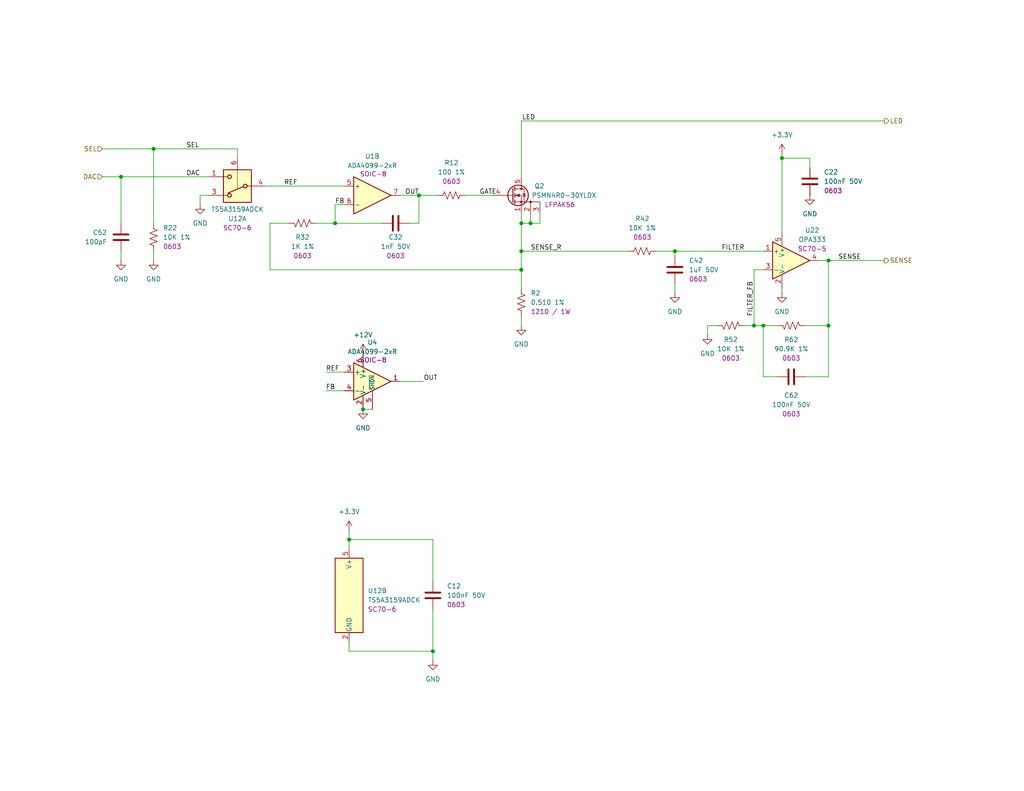
<source format=kicad_sch>
(kicad_sch
	(version 20250114)
	(generator "eeschema")
	(generator_version "9.0")
	(uuid "d95954a5-e306-4485-a8ed-bf4e368b2437")
	(paper "A")
	(title_block
		(title "PBM Driver 4 V2")
		(date "24-DEC-2025")
		(rev "A")
		(comment 1 "Part Number: PCB104 Rev A")
		(comment 4 "Copyright (c) 2025 John Vedder ")
		(comment 5 "MIT Licesnse")
	)
	(lib_symbols
		(symbol "$Local:+12V"
			(power)
			(pin_numbers
				(hide yes)
			)
			(pin_names
				(offset 0)
				(hide yes)
			)
			(exclude_from_sim no)
			(in_bom yes)
			(on_board yes)
			(property "Reference" "#PWR"
				(at 0 -3.81 0)
				(effects
					(font
						(size 1.27 1.27)
					)
					(hide yes)
				)
			)
			(property "Value" "+12V"
				(at 0 3.556 0)
				(effects
					(font
						(size 1.27 1.27)
					)
				)
			)
			(property "Footprint" ""
				(at 0 0 0)
				(effects
					(font
						(size 1.27 1.27)
					)
					(hide yes)
				)
			)
			(property "Datasheet" ""
				(at 0 0 0)
				(effects
					(font
						(size 1.27 1.27)
					)
					(hide yes)
				)
			)
			(property "Description" "Power symbol creates a global label with name \"+12V\""
				(at 0 0 0)
				(effects
					(font
						(size 1.27 1.27)
					)
					(hide yes)
				)
			)
			(property "ki_keywords" "global power"
				(at 0 0 0)
				(effects
					(font
						(size 1.27 1.27)
					)
					(hide yes)
				)
			)
			(symbol "+12V_0_1"
				(polyline
					(pts
						(xy -0.762 1.27) (xy 0 2.54)
					)
					(stroke
						(width 0)
						(type default)
					)
					(fill
						(type none)
					)
				)
				(polyline
					(pts
						(xy 0 2.54) (xy 0.762 1.27)
					)
					(stroke
						(width 0)
						(type default)
					)
					(fill
						(type none)
					)
				)
				(polyline
					(pts
						(xy 0 0) (xy 0 2.54)
					)
					(stroke
						(width 0)
						(type default)
					)
					(fill
						(type none)
					)
				)
			)
			(symbol "+12V_1_1"
				(pin power_in line
					(at 0 0 90)
					(length 0)
					(name "~"
						(effects
							(font
								(size 1.27 1.27)
							)
						)
					)
					(number "1"
						(effects
							(font
								(size 1.27 1.27)
							)
						)
					)
				)
			)
			(embedded_fonts no)
		)
		(symbol "$Local:+3.3V"
			(power)
			(pin_numbers
				(hide yes)
			)
			(pin_names
				(offset 0)
				(hide yes)
			)
			(exclude_from_sim no)
			(in_bom yes)
			(on_board yes)
			(property "Reference" "#PWR"
				(at 0 -3.81 0)
				(effects
					(font
						(size 1.27 1.27)
					)
					(hide yes)
				)
			)
			(property "Value" "+3.3V"
				(at 0 3.556 0)
				(effects
					(font
						(size 1.27 1.27)
					)
				)
			)
			(property "Footprint" ""
				(at 0 0 0)
				(effects
					(font
						(size 1.27 1.27)
					)
					(hide yes)
				)
			)
			(property "Datasheet" ""
				(at 0 0 0)
				(effects
					(font
						(size 1.27 1.27)
					)
					(hide yes)
				)
			)
			(property "Description" "Power symbol creates a global label with name \"+3.3V\""
				(at 0 0 0)
				(effects
					(font
						(size 1.27 1.27)
					)
					(hide yes)
				)
			)
			(property "ki_keywords" "global power"
				(at 0 0 0)
				(effects
					(font
						(size 1.27 1.27)
					)
					(hide yes)
				)
			)
			(symbol "+3.3V_0_1"
				(polyline
					(pts
						(xy -0.762 1.27) (xy 0 2.54)
					)
					(stroke
						(width 0)
						(type default)
					)
					(fill
						(type none)
					)
				)
				(polyline
					(pts
						(xy 0 2.54) (xy 0.762 1.27)
					)
					(stroke
						(width 0)
						(type default)
					)
					(fill
						(type none)
					)
				)
				(polyline
					(pts
						(xy 0 0) (xy 0 2.54)
					)
					(stroke
						(width 0)
						(type default)
					)
					(fill
						(type none)
					)
				)
			)
			(symbol "+3.3V_1_1"
				(pin power_in line
					(at 0 0 90)
					(length 0)
					(name "~"
						(effects
							(font
								(size 1.27 1.27)
							)
						)
					)
					(number "1"
						(effects
							(font
								(size 1.27 1.27)
							)
						)
					)
				)
			)
			(embedded_fonts no)
		)
		(symbol "$Local:ADA4099-2xR"
			(pin_names
				(offset 0.127)
			)
			(exclude_from_sim no)
			(in_bom yes)
			(on_board yes)
			(property "Reference" "U"
				(at 3.048 8.382 0)
				(effects
					(font
						(size 1.27 1.27)
					)
					(justify left)
				)
			)
			(property "Value" "ADA4099-2xR"
				(at 3.048 5.842 0)
				(effects
					(font
						(size 1.27 1.27)
					)
					(justify left)
				)
			)
			(property "Footprint" "$Local:SOIC-8_3.9x4.9mm_P1.27mm"
				(at 2.54 0 0)
				(effects
					(font
						(size 1.27 1.27)
					)
					(hide yes)
				)
			)
			(property "Datasheet" "https://www.analog.com/media/en/technical-documentation/data-sheets/ada4099-1_ada4099-2.pdf"
				(at 6.35 3.81 0)
				(effects
					(font
						(size 1.27 1.27)
					)
					(hide yes)
				)
			)
			(property "Description" "Dual OpAmp, 50V, 8MHz, RRIO, 1.5mA/Ch, 5.5V/uS, SOIC-8"
				(at 0 0 0)
				(effects
					(font
						(size 1.27 1.27)
					)
					(hide yes)
				)
			)
			(property "PN" "505-ADA4099-2BRZ-ND"
				(at 0 0 0)
				(effects
					(font
						(size 1.27 1.27)
					)
					(hide yes)
				)
			)
			(property "Package" "SOIC-8"
				(at 3.048 3.302 0)
				(effects
					(font
						(size 1.27 1.27)
					)
					(justify left)
				)
			)
			(property "ki_locked" ""
				(at 0 0 0)
				(effects
					(font
						(size 1.27 1.27)
					)
				)
			)
			(property "ki_keywords" "operational amplifier analog-devices high-voltage rrio"
				(at 0 0 0)
				(effects
					(font
						(size 1.27 1.27)
					)
					(hide yes)
				)
			)
			(property "ki_fp_filters" "SOIC*3.9x4.9mm*P1.27mm*"
				(at 0 0 0)
				(effects
					(font
						(size 1.27 1.27)
					)
					(hide yes)
				)
			)
			(symbol "ADA4099-2xR_1_1"
				(polyline
					(pts
						(xy 5.08 0) (xy -5.08 5.08) (xy -5.08 -5.08) (xy 5.08 0)
					)
					(stroke
						(width 0.254)
						(type default)
					)
					(fill
						(type background)
					)
				)
				(pin input line
					(at -7.62 2.54 0)
					(length 2.54)
					(name "+"
						(effects
							(font
								(size 1.27 1.27)
							)
						)
					)
					(number "3"
						(effects
							(font
								(size 1.27 1.27)
							)
						)
					)
				)
				(pin input line
					(at -7.62 -2.54 0)
					(length 2.54)
					(name "-"
						(effects
							(font
								(size 1.27 1.27)
							)
						)
					)
					(number "2"
						(effects
							(font
								(size 1.27 1.27)
							)
						)
					)
				)
				(pin output line
					(at 7.62 0 180)
					(length 2.54)
					(name "~"
						(effects
							(font
								(size 1.27 1.27)
							)
						)
					)
					(number "1"
						(effects
							(font
								(size 1.27 1.27)
							)
						)
					)
				)
			)
			(symbol "ADA4099-2xR_2_1"
				(polyline
					(pts
						(xy 5.08 0) (xy -5.08 5.08) (xy -5.08 -5.08) (xy 5.08 0)
					)
					(stroke
						(width 0.254)
						(type default)
					)
					(fill
						(type background)
					)
				)
				(pin input line
					(at -7.62 2.54 0)
					(length 2.54)
					(name "+"
						(effects
							(font
								(size 1.27 1.27)
							)
						)
					)
					(number "5"
						(effects
							(font
								(size 1.27 1.27)
							)
						)
					)
				)
				(pin input line
					(at -7.62 -2.54 0)
					(length 2.54)
					(name "-"
						(effects
							(font
								(size 1.27 1.27)
							)
						)
					)
					(number "6"
						(effects
							(font
								(size 1.27 1.27)
							)
						)
					)
				)
				(pin output line
					(at 7.62 0 180)
					(length 2.54)
					(name "~"
						(effects
							(font
								(size 1.27 1.27)
							)
						)
					)
					(number "7"
						(effects
							(font
								(size 1.27 1.27)
							)
						)
					)
				)
			)
			(symbol "ADA4099-2xR_3_1"
				(rectangle
					(start -2.54 3.81)
					(end 2.54 -3.81)
					(stroke
						(width 0)
						(type default)
					)
					(fill
						(type background)
					)
				)
				(pin power_in line
					(at 0 7.62 270)
					(length 3.81)
					(name "V+"
						(effects
							(font
								(size 1.27 1.27)
							)
						)
					)
					(number "8"
						(effects
							(font
								(size 1.27 1.27)
							)
						)
					)
				)
				(pin power_in line
					(at 0 -7.62 90)
					(length 3.81)
					(name "V-"
						(effects
							(font
								(size 1.27 1.27)
							)
						)
					)
					(number "4"
						(effects
							(font
								(size 1.27 1.27)
							)
						)
					)
				)
			)
			(embedded_fonts no)
		)
		(symbol "$Local:C"
			(pin_numbers
				(hide yes)
			)
			(pin_names
				(offset 0.254)
			)
			(exclude_from_sim no)
			(in_bom yes)
			(on_board yes)
			(property "Reference" "C"
				(at 0.635 2.54 0)
				(effects
					(font
						(size 1.27 1.27)
					)
					(justify left)
				)
			)
			(property "Value" "C"
				(at 0.635 -2.54 0)
				(effects
					(font
						(size 1.27 1.27)
					)
					(justify left)
				)
			)
			(property "Footprint" ""
				(at 0.9652 -3.81 0)
				(effects
					(font
						(size 1.27 1.27)
					)
					(hide yes)
				)
			)
			(property "Datasheet" "~"
				(at 0 0 0)
				(effects
					(font
						(size 1.27 1.27)
					)
					(hide yes)
				)
			)
			(property "Description" "Unpolarized capacitor"
				(at 0 0 0)
				(effects
					(font
						(size 1.27 1.27)
					)
					(hide yes)
				)
			)
			(property "ki_keywords" "cap capacitor"
				(at 0 0 0)
				(effects
					(font
						(size 1.27 1.27)
					)
					(hide yes)
				)
			)
			(property "ki_fp_filters" "C_*"
				(at 0 0 0)
				(effects
					(font
						(size 1.27 1.27)
					)
					(hide yes)
				)
			)
			(symbol "C_0_1"
				(polyline
					(pts
						(xy -2.032 0.762) (xy 2.032 0.762)
					)
					(stroke
						(width 0.508)
						(type default)
					)
					(fill
						(type none)
					)
				)
				(polyline
					(pts
						(xy -2.032 -0.762) (xy 2.032 -0.762)
					)
					(stroke
						(width 0.508)
						(type default)
					)
					(fill
						(type none)
					)
				)
			)
			(symbol "C_1_1"
				(pin passive line
					(at 0 3.81 270)
					(length 2.794)
					(name "~"
						(effects
							(font
								(size 1.27 1.27)
							)
						)
					)
					(number "1"
						(effects
							(font
								(size 1.27 1.27)
							)
						)
					)
				)
				(pin passive line
					(at 0 -3.81 90)
					(length 2.794)
					(name "~"
						(effects
							(font
								(size 1.27 1.27)
							)
						)
					)
					(number "2"
						(effects
							(font
								(size 1.27 1.27)
							)
						)
					)
				)
			)
			(embedded_fonts no)
		)
		(symbol "$Local:C_0603_100NF_50V"
			(pin_numbers
				(hide yes)
			)
			(pin_names
				(offset 0.254)
			)
			(exclude_from_sim no)
			(in_bom yes)
			(on_board yes)
			(property "Reference" "C"
				(at 3.81 1.2701 0)
				(effects
					(font
						(size 1.27 1.27)
					)
					(justify left)
				)
			)
			(property "Value" "100nF 50V"
				(at 3.81 -1.2699 0)
				(effects
					(font
						(size 1.27 1.27)
					)
					(justify left)
				)
			)
			(property "Footprint" "$Local:C_0603_1608Metric"
				(at 0.9652 -3.81 0)
				(effects
					(font
						(size 1.27 1.27)
					)
					(hide yes)
				)
			)
			(property "Datasheet" "~"
				(at 0 0 0)
				(effects
					(font
						(size 1.27 1.27)
					)
					(hide yes)
				)
			)
			(property "Description" "CAP CER 100nF 50V X7R 0603"
				(at 0 0 0)
				(effects
					(font
						(size 1.27 1.27)
					)
					(hide yes)
				)
			)
			(property "Size" "0603"
				(at 3.81 -3.81 0)
				(effects
					(font
						(size 1.27 1.27)
					)
					(justify left)
				)
			)
			(property "PN" "399-5089-1-ND "
				(at 0 0 0)
				(effects
					(font
						(size 1.27 1.27)
					)
					(hide yes)
				)
			)
			(property "ki_keywords" "cap capacitor"
				(at 0 0 0)
				(effects
					(font
						(size 1.27 1.27)
					)
					(hide yes)
				)
			)
			(property "ki_fp_filters" "C_*"
				(at 0 0 0)
				(effects
					(font
						(size 1.27 1.27)
					)
					(hide yes)
				)
			)
			(symbol "C_0603_100NF_50V_0_1"
				(polyline
					(pts
						(xy -2.032 0.762) (xy 2.032 0.762)
					)
					(stroke
						(width 0.508)
						(type default)
					)
					(fill
						(type none)
					)
				)
				(polyline
					(pts
						(xy -2.032 -0.762) (xy 2.032 -0.762)
					)
					(stroke
						(width 0.508)
						(type default)
					)
					(fill
						(type none)
					)
				)
			)
			(symbol "C_0603_100NF_50V_1_1"
				(pin passive line
					(at 0 3.81 270)
					(length 2.794)
					(name "~"
						(effects
							(font
								(size 1.27 1.27)
							)
						)
					)
					(number "1"
						(effects
							(font
								(size 1.27 1.27)
							)
						)
					)
				)
				(pin passive line
					(at 0 -3.81 90)
					(length 2.794)
					(name "~"
						(effects
							(font
								(size 1.27 1.27)
							)
						)
					)
					(number "2"
						(effects
							(font
								(size 1.27 1.27)
							)
						)
					)
				)
			)
			(embedded_fonts no)
		)
		(symbol "$Local:C_0603_1NF_50V"
			(pin_numbers
				(hide yes)
			)
			(pin_names
				(offset 0.254)
			)
			(exclude_from_sim no)
			(in_bom yes)
			(on_board yes)
			(property "Reference" "C"
				(at 3.81 1.2701 0)
				(effects
					(font
						(size 1.27 1.27)
					)
					(justify left)
				)
			)
			(property "Value" "1nF 50V"
				(at 3.81 -1.2699 0)
				(effects
					(font
						(size 1.27 1.27)
					)
					(justify left)
				)
			)
			(property "Footprint" "$Local:C_0603_1608Metric"
				(at 0.9652 -3.81 0)
				(effects
					(font
						(size 1.27 1.27)
					)
					(hide yes)
				)
			)
			(property "Datasheet" "~"
				(at 0 0 0)
				(effects
					(font
						(size 1.27 1.27)
					)
					(hide yes)
				)
			)
			(property "Description" "CAP CER 1nF 50V X7R 0603"
				(at 0 0 0)
				(effects
					(font
						(size 1.27 1.27)
					)
					(hide yes)
				)
			)
			(property "Size" "0603"
				(at 3.81 -3.81 0)
				(effects
					(font
						(size 1.27 1.27)
					)
					(justify left)
				)
			)
			(property "PN" "399-1082-1-ND "
				(at 0 0 0)
				(effects
					(font
						(size 1.27 1.27)
					)
					(hide yes)
				)
			)
			(property "ki_keywords" "cap capacitor"
				(at 0 0 0)
				(effects
					(font
						(size 1.27 1.27)
					)
					(hide yes)
				)
			)
			(property "ki_fp_filters" "C_*"
				(at 0 0 0)
				(effects
					(font
						(size 1.27 1.27)
					)
					(hide yes)
				)
			)
			(symbol "C_0603_1NF_50V_0_1"
				(polyline
					(pts
						(xy -2.032 0.762) (xy 2.032 0.762)
					)
					(stroke
						(width 0.508)
						(type default)
					)
					(fill
						(type none)
					)
				)
				(polyline
					(pts
						(xy -2.032 -0.762) (xy 2.032 -0.762)
					)
					(stroke
						(width 0.508)
						(type default)
					)
					(fill
						(type none)
					)
				)
			)
			(symbol "C_0603_1NF_50V_1_1"
				(pin passive line
					(at 0 3.81 270)
					(length 2.794)
					(name "~"
						(effects
							(font
								(size 1.27 1.27)
							)
						)
					)
					(number "1"
						(effects
							(font
								(size 1.27 1.27)
							)
						)
					)
				)
				(pin passive line
					(at 0 -3.81 90)
					(length 2.794)
					(name "~"
						(effects
							(font
								(size 1.27 1.27)
							)
						)
					)
					(number "2"
						(effects
							(font
								(size 1.27 1.27)
							)
						)
					)
				)
			)
			(embedded_fonts no)
		)
		(symbol "$Local:GND"
			(power)
			(pin_numbers
				(hide yes)
			)
			(pin_names
				(offset 0)
				(hide yes)
			)
			(exclude_from_sim no)
			(in_bom yes)
			(on_board yes)
			(property "Reference" "#PWR"
				(at 0 -6.35 0)
				(effects
					(font
						(size 1.27 1.27)
					)
					(hide yes)
				)
			)
			(property "Value" "GND"
				(at 0 -3.81 0)
				(effects
					(font
						(size 1.27 1.27)
					)
				)
			)
			(property "Footprint" ""
				(at 0 0 0)
				(effects
					(font
						(size 1.27 1.27)
					)
					(hide yes)
				)
			)
			(property "Datasheet" ""
				(at 0 0 0)
				(effects
					(font
						(size 1.27 1.27)
					)
					(hide yes)
				)
			)
			(property "Description" "Power symbol creates a global label with name \"GND\" , ground"
				(at 0 0 0)
				(effects
					(font
						(size 1.27 1.27)
					)
					(hide yes)
				)
			)
			(property "ki_keywords" "global power"
				(at 0 0 0)
				(effects
					(font
						(size 1.27 1.27)
					)
					(hide yes)
				)
			)
			(symbol "GND_0_1"
				(polyline
					(pts
						(xy 0 0) (xy 0 -1.27) (xy 1.27 -1.27) (xy 0 -2.54) (xy -1.27 -1.27) (xy 0 -1.27)
					)
					(stroke
						(width 0)
						(type default)
					)
					(fill
						(type none)
					)
				)
			)
			(symbol "GND_1_1"
				(pin power_in line
					(at 0 0 270)
					(length 0)
					(name "~"
						(effects
							(font
								(size 1.27 1.27)
							)
						)
					)
					(number "1"
						(effects
							(font
								(size 1.27 1.27)
							)
						)
					)
				)
			)
			(embedded_fonts no)
		)
		(symbol "$Local:OPA333"
			(pin_names
				(offset 0.127)
			)
			(exclude_from_sim no)
			(in_bom yes)
			(on_board yes)
			(property "Reference" "U"
				(at 0 5.08 0)
				(effects
					(font
						(size 1.27 1.27)
					)
					(justify left)
				)
			)
			(property "Value" "OPA333"
				(at 0 -5.08 0)
				(effects
					(font
						(size 1.27 1.27)
					)
					(justify left)
				)
			)
			(property "Footprint" ""
				(at 0 0 0)
				(effects
					(font
						(size 1.27 1.27)
					)
					(justify left)
					(hide yes)
				)
			)
			(property "Datasheet" "http://www.ti.com/lit/ds/symlink/lmv324.pdf"
				(at 0 0 0)
				(effects
					(font
						(size 1.27 1.27)
					)
					(hide yes)
				)
			)
			(property "Description" "Low-Voltage Rail-to-Rail Output Operational Amplifiers, SOT-23-5/SC-70-5"
				(at 0 0 0)
				(effects
					(font
						(size 1.27 1.27)
					)
					(hide yes)
				)
			)
			(property "ki_keywords" "single opamp"
				(at 0 0 0)
				(effects
					(font
						(size 1.27 1.27)
					)
					(hide yes)
				)
			)
			(property "ki_fp_filters" "SOT?23* *SC*70*"
				(at 0 0 0)
				(effects
					(font
						(size 1.27 1.27)
					)
					(hide yes)
				)
			)
			(symbol "OPA333_0_1"
				(polyline
					(pts
						(xy -5.08 5.08) (xy 5.08 0) (xy -5.08 -5.08) (xy -5.08 5.08)
					)
					(stroke
						(width 0.254)
						(type default)
					)
					(fill
						(type background)
					)
				)
				(pin power_in line
					(at -2.54 7.62 270)
					(length 3.81)
					(name "V+"
						(effects
							(font
								(size 1.27 1.27)
							)
						)
					)
					(number "5"
						(effects
							(font
								(size 1.27 1.27)
							)
						)
					)
				)
				(pin power_in line
					(at -2.54 -7.62 90)
					(length 3.81)
					(name "V-"
						(effects
							(font
								(size 1.27 1.27)
							)
						)
					)
					(number "2"
						(effects
							(font
								(size 1.27 1.27)
							)
						)
					)
				)
			)
			(symbol "OPA333_1_1"
				(pin input line
					(at -7.62 2.54 0)
					(length 2.54)
					(name "+"
						(effects
							(font
								(size 1.27 1.27)
							)
						)
					)
					(number "1"
						(effects
							(font
								(size 1.27 1.27)
							)
						)
					)
				)
				(pin input line
					(at -7.62 -2.54 0)
					(length 2.54)
					(name "-"
						(effects
							(font
								(size 1.27 1.27)
							)
						)
					)
					(number "3"
						(effects
							(font
								(size 1.27 1.27)
							)
						)
					)
				)
				(pin output line
					(at 7.62 0 180)
					(length 2.54)
					(name "~"
						(effects
							(font
								(size 1.27 1.27)
							)
						)
					)
					(number "4"
						(effects
							(font
								(size 1.27 1.27)
							)
						)
					)
				)
			)
			(embedded_fonts no)
		)
		(symbol "$Local:PSMN4R0-30YLDX"
			(pin_names
				(hide yes)
			)
			(exclude_from_sim no)
			(in_bom yes)
			(on_board yes)
			(property "Reference" "Q"
				(at 5.334 2.032 0)
				(effects
					(font
						(size 1.27 1.27)
					)
					(justify left)
				)
			)
			(property "Value" "PSMN4R0-30YLDX"
				(at 5.334 0 0)
				(effects
					(font
						(size 1.27 1.27)
					)
					(justify left)
				)
			)
			(property "Footprint" "$Local:LFPAK56"
				(at 5.08 -1.905 0)
				(effects
					(font
						(size 1.27 1.27)
						(italic yes)
					)
					(justify left)
					(hide yes)
				)
			)
			(property "Datasheet" ""
				(at 5.08 -3.81 0)
				(effects
					(font
						(size 1.27 1.27)
					)
					(justify left)
					(hide yes)
				)
			)
			(property "Description" "N-FET, 30V, 95A, 4mΩ, MOSFET, LFPAK56"
				(at 0 0 0)
				(effects
					(font
						(size 1.27 1.27)
					)
					(hide yes)
				)
			)
			(property "PN" "1727-1232-1-ND"
				(at 0 0 0)
				(effects
					(font
						(size 1.27 1.27)
					)
					(hide yes)
				)
			)
			(property "ki_keywords" "N-Channel MOSFET"
				(at 0 0 0)
				(effects
					(font
						(size 1.27 1.27)
					)
					(hide yes)
				)
			)
			(property "ki_fp_filters" "LFPAK56*"
				(at 0 0 0)
				(effects
					(font
						(size 1.27 1.27)
					)
					(hide yes)
				)
			)
			(symbol "PSMN4R0-30YLDX_0_1"
				(polyline
					(pts
						(xy 0.254 1.905) (xy 0.254 -1.905)
					)
					(stroke
						(width 0.254)
						(type default)
					)
					(fill
						(type none)
					)
				)
				(polyline
					(pts
						(xy 0.254 0) (xy -2.54 0)
					)
					(stroke
						(width 0)
						(type default)
					)
					(fill
						(type none)
					)
				)
				(polyline
					(pts
						(xy 0.762 2.286) (xy 0.762 1.27)
					)
					(stroke
						(width 0.254)
						(type default)
					)
					(fill
						(type none)
					)
				)
				(polyline
					(pts
						(xy 0.762 0.508) (xy 0.762 -0.508)
					)
					(stroke
						(width 0.254)
						(type default)
					)
					(fill
						(type none)
					)
				)
				(polyline
					(pts
						(xy 0.762 -1.27) (xy 0.762 -2.286)
					)
					(stroke
						(width 0.254)
						(type default)
					)
					(fill
						(type none)
					)
				)
				(polyline
					(pts
						(xy 0.762 -1.778) (xy 3.302 -1.778) (xy 3.302 1.778) (xy 0.762 1.778)
					)
					(stroke
						(width 0)
						(type default)
					)
					(fill
						(type none)
					)
				)
				(polyline
					(pts
						(xy 1.016 0) (xy 2.032 0.381) (xy 2.032 -0.381) (xy 1.016 0)
					)
					(stroke
						(width 0)
						(type default)
					)
					(fill
						(type outline)
					)
				)
				(circle
					(center 1.651 0)
					(radius 2.794)
					(stroke
						(width 0.254)
						(type default)
					)
					(fill
						(type none)
					)
				)
				(polyline
					(pts
						(xy 2.54 2.54) (xy 2.54 1.778)
					)
					(stroke
						(width 0)
						(type default)
					)
					(fill
						(type none)
					)
				)
				(circle
					(center 2.54 1.778)
					(radius 0.254)
					(stroke
						(width 0)
						(type default)
					)
					(fill
						(type outline)
					)
				)
				(circle
					(center 2.54 -1.778)
					(radius 0.254)
					(stroke
						(width 0)
						(type default)
					)
					(fill
						(type outline)
					)
				)
				(polyline
					(pts
						(xy 2.54 -2.54) (xy 2.54 0) (xy 0.762 0)
					)
					(stroke
						(width 0)
						(type default)
					)
					(fill
						(type none)
					)
				)
				(polyline
					(pts
						(xy 2.794 0.508) (xy 2.921 0.381) (xy 3.683 0.381) (xy 3.81 0.254)
					)
					(stroke
						(width 0)
						(type default)
					)
					(fill
						(type none)
					)
				)
				(polyline
					(pts
						(xy 3.302 0.381) (xy 2.921 -0.254) (xy 3.683 -0.254) (xy 3.302 0.381)
					)
					(stroke
						(width 0)
						(type default)
					)
					(fill
						(type none)
					)
				)
				(polyline
					(pts
						(xy 3.302 -1.778) (xy 7.62 -1.778) (xy 7.62 -2.54)
					)
					(stroke
						(width 0)
						(type default)
					)
					(fill
						(type none)
					)
				)
				(circle
					(center 5.08 -1.778)
					(radius 0.254)
					(stroke
						(width 0)
						(type default)
					)
					(fill
						(type outline)
					)
				)
				(polyline
					(pts
						(xy 5.08 -2.54) (xy 5.08 -1.778)
					)
					(stroke
						(width 0)
						(type default)
					)
					(fill
						(type none)
					)
				)
			)
			(symbol "PSMN4R0-30YLDX_1_1"
				(pin passive line
					(at -5.08 0 0)
					(length 2.54)
					(name "G"
						(effects
							(font
								(size 1.27 1.27)
							)
						)
					)
					(number "4"
						(effects
							(font
								(size 1.27 1.27)
							)
						)
					)
				)
				(pin passive line
					(at 2.54 5.08 270)
					(length 2.54)
					(name "D"
						(effects
							(font
								(size 1.27 1.27)
							)
						)
					)
					(number "5"
						(effects
							(font
								(size 1.27 1.27)
							)
						)
					)
				)
				(pin passive line
					(at 2.54 -5.08 90)
					(length 2.54)
					(name "S"
						(effects
							(font
								(size 1.27 1.27)
							)
						)
					)
					(number "1"
						(effects
							(font
								(size 1.27 1.27)
							)
						)
					)
				)
				(pin passive line
					(at 5.08 -5.08 90)
					(length 2.54)
					(name "S"
						(effects
							(font
								(size 1.27 1.27)
							)
						)
					)
					(number "2"
						(effects
							(font
								(size 1.27 1.27)
							)
						)
					)
				)
				(pin passive line
					(at 7.62 -5.08 90)
					(length 2.54)
					(name "S"
						(effects
							(font
								(size 1.27 1.27)
							)
						)
					)
					(number "3"
						(effects
							(font
								(size 1.27 1.27)
							)
						)
					)
				)
			)
			(embedded_fonts no)
		)
		(symbol "$Local:R_0603_100"
			(pin_numbers
				(hide yes)
			)
			(pin_names
				(offset 0)
			)
			(exclude_from_sim no)
			(in_bom yes)
			(on_board yes)
			(property "Reference" "R"
				(at 2.54 0 90)
				(effects
					(font
						(size 1.27 1.27)
					)
				)
			)
			(property "Value" "100 1%"
				(at -5.08 0 90)
				(effects
					(font
						(size 1.27 1.27)
					)
				)
			)
			(property "Footprint" "$Local:R_0603_1608Metric"
				(at 1.016 -0.254 90)
				(effects
					(font
						(size 1.27 1.27)
					)
					(hide yes)
				)
			)
			(property "Datasheet" "~"
				(at 0 0 0)
				(effects
					(font
						(size 1.27 1.27)
					)
					(hide yes)
				)
			)
			(property "Description" "RES SMD 100 OHM 1% 1/10W 0603"
				(at 0 0 0)
				(effects
					(font
						(size 1.27 1.27)
					)
					(hide yes)
				)
			)
			(property "Size" "0603"
				(at -2.54 0 90)
				(effects
					(font
						(size 1.27 1.27)
					)
				)
			)
			(property "PN" ""
				(at 0 0 0)
				(effects
					(font
						(size 1.27 1.27)
					)
					(hide yes)
				)
			)
			(property "ki_keywords" "R res resistor"
				(at 0 0 0)
				(effects
					(font
						(size 1.27 1.27)
					)
					(hide yes)
				)
			)
			(property "ki_fp_filters" "R_*"
				(at 0 0 0)
				(effects
					(font
						(size 1.27 1.27)
					)
					(hide yes)
				)
			)
			(symbol "R_0603_100_0_1"
				(polyline
					(pts
						(xy 0 2.286) (xy 0 2.54)
					)
					(stroke
						(width 0)
						(type default)
					)
					(fill
						(type none)
					)
				)
				(polyline
					(pts
						(xy 0 2.286) (xy 1.016 1.905) (xy 0 1.524) (xy -1.016 1.143) (xy 0 0.762)
					)
					(stroke
						(width 0)
						(type default)
					)
					(fill
						(type none)
					)
				)
				(polyline
					(pts
						(xy 0 0.762) (xy 1.016 0.381) (xy 0 0) (xy -1.016 -0.381) (xy 0 -0.762)
					)
					(stroke
						(width 0)
						(type default)
					)
					(fill
						(type none)
					)
				)
				(polyline
					(pts
						(xy 0 -0.762) (xy 1.016 -1.143) (xy 0 -1.524) (xy -1.016 -1.905) (xy 0 -2.286)
					)
					(stroke
						(width 0)
						(type default)
					)
					(fill
						(type none)
					)
				)
				(polyline
					(pts
						(xy 0 -2.286) (xy 0 -2.54)
					)
					(stroke
						(width 0)
						(type default)
					)
					(fill
						(type none)
					)
				)
			)
			(symbol "R_0603_100_1_1"
				(pin passive line
					(at 0 3.81 270)
					(length 1.27)
					(name "~"
						(effects
							(font
								(size 1.27 1.27)
							)
						)
					)
					(number "1"
						(effects
							(font
								(size 1.27 1.27)
							)
						)
					)
				)
				(pin passive line
					(at 0 -3.81 90)
					(length 1.27)
					(name "~"
						(effects
							(font
								(size 1.27 1.27)
							)
						)
					)
					(number "2"
						(effects
							(font
								(size 1.27 1.27)
							)
						)
					)
				)
			)
			(embedded_fonts no)
		)
		(symbol "$Local:R_0603_10K"
			(pin_numbers
				(hide yes)
			)
			(pin_names
				(offset 0)
			)
			(exclude_from_sim no)
			(in_bom yes)
			(on_board yes)
			(property "Reference" "R"
				(at 2.54 0 90)
				(effects
					(font
						(size 1.27 1.27)
					)
				)
			)
			(property "Value" "10K 1%"
				(at -5.08 0 90)
				(effects
					(font
						(size 1.27 1.27)
					)
				)
			)
			(property "Footprint" "$Local:R_0603_1608Metric"
				(at 1.016 -0.254 90)
				(effects
					(font
						(size 1.27 1.27)
					)
					(hide yes)
				)
			)
			(property "Datasheet" "~"
				(at 0 0 0)
				(effects
					(font
						(size 1.27 1.27)
					)
					(hide yes)
				)
			)
			(property "Description" "RES SMD 10K OHM 1% 1/10W 0603"
				(at 0 0 0)
				(effects
					(font
						(size 1.27 1.27)
					)
					(hide yes)
				)
			)
			(property "Size" "0603"
				(at -2.54 0 90)
				(effects
					(font
						(size 1.27 1.27)
					)
				)
			)
			(property "PN" ""
				(at 0 0 0)
				(effects
					(font
						(size 1.27 1.27)
					)
					(hide yes)
				)
			)
			(property "ki_keywords" "R res resistor"
				(at 0 0 0)
				(effects
					(font
						(size 1.27 1.27)
					)
					(hide yes)
				)
			)
			(property "ki_fp_filters" "R_*"
				(at 0 0 0)
				(effects
					(font
						(size 1.27 1.27)
					)
					(hide yes)
				)
			)
			(symbol "R_0603_10K_0_1"
				(polyline
					(pts
						(xy 0 2.286) (xy 0 2.54)
					)
					(stroke
						(width 0)
						(type default)
					)
					(fill
						(type none)
					)
				)
				(polyline
					(pts
						(xy 0 2.286) (xy 1.016 1.905) (xy 0 1.524) (xy -1.016 1.143) (xy 0 0.762)
					)
					(stroke
						(width 0)
						(type default)
					)
					(fill
						(type none)
					)
				)
				(polyline
					(pts
						(xy 0 0.762) (xy 1.016 0.381) (xy 0 0) (xy -1.016 -0.381) (xy 0 -0.762)
					)
					(stroke
						(width 0)
						(type default)
					)
					(fill
						(type none)
					)
				)
				(polyline
					(pts
						(xy 0 -0.762) (xy 1.016 -1.143) (xy 0 -1.524) (xy -1.016 -1.905) (xy 0 -2.286)
					)
					(stroke
						(width 0)
						(type default)
					)
					(fill
						(type none)
					)
				)
				(polyline
					(pts
						(xy 0 -2.286) (xy 0 -2.54)
					)
					(stroke
						(width 0)
						(type default)
					)
					(fill
						(type none)
					)
				)
			)
			(symbol "R_0603_10K_1_1"
				(pin passive line
					(at 0 3.81 270)
					(length 1.27)
					(name "~"
						(effects
							(font
								(size 1.27 1.27)
							)
						)
					)
					(number "1"
						(effects
							(font
								(size 1.27 1.27)
							)
						)
					)
				)
				(pin passive line
					(at 0 -3.81 90)
					(length 1.27)
					(name "~"
						(effects
							(font
								(size 1.27 1.27)
							)
						)
					)
					(number "2"
						(effects
							(font
								(size 1.27 1.27)
							)
						)
					)
				)
			)
			(embedded_fonts no)
		)
		(symbol "$Local:R_0603_1K"
			(pin_numbers
				(hide yes)
			)
			(pin_names
				(offset 0)
			)
			(exclude_from_sim no)
			(in_bom yes)
			(on_board yes)
			(property "Reference" "R"
				(at 2.54 0 90)
				(effects
					(font
						(size 1.27 1.27)
					)
				)
			)
			(property "Value" "1K 1%"
				(at -5.08 0 90)
				(effects
					(font
						(size 1.27 1.27)
					)
				)
			)
			(property "Footprint" "$Local:R_0603_1608Metric"
				(at 1.016 -0.254 90)
				(effects
					(font
						(size 1.27 1.27)
					)
					(hide yes)
				)
			)
			(property "Datasheet" "~"
				(at 0 0 0)
				(effects
					(font
						(size 1.27 1.27)
					)
					(hide yes)
				)
			)
			(property "Description" "RES SMD 1K OHM 1% 1/10W 0603"
				(at 0 0 0)
				(effects
					(font
						(size 1.27 1.27)
					)
					(hide yes)
				)
			)
			(property "Size" "0603"
				(at -2.54 0 90)
				(effects
					(font
						(size 1.27 1.27)
					)
				)
			)
			(property "PN" ""
				(at 0 0 0)
				(effects
					(font
						(size 1.27 1.27)
					)
					(hide yes)
				)
			)
			(property "ki_keywords" "R res resistor"
				(at 0 0 0)
				(effects
					(font
						(size 1.27 1.27)
					)
					(hide yes)
				)
			)
			(property "ki_fp_filters" "R_*"
				(at 0 0 0)
				(effects
					(font
						(size 1.27 1.27)
					)
					(hide yes)
				)
			)
			(symbol "R_0603_1K_0_1"
				(polyline
					(pts
						(xy 0 2.286) (xy 0 2.54)
					)
					(stroke
						(width 0)
						(type default)
					)
					(fill
						(type none)
					)
				)
				(polyline
					(pts
						(xy 0 2.286) (xy 1.016 1.905) (xy 0 1.524) (xy -1.016 1.143) (xy 0 0.762)
					)
					(stroke
						(width 0)
						(type default)
					)
					(fill
						(type none)
					)
				)
				(polyline
					(pts
						(xy 0 0.762) (xy 1.016 0.381) (xy 0 0) (xy -1.016 -0.381) (xy 0 -0.762)
					)
					(stroke
						(width 0)
						(type default)
					)
					(fill
						(type none)
					)
				)
				(polyline
					(pts
						(xy 0 -0.762) (xy 1.016 -1.143) (xy 0 -1.524) (xy -1.016 -1.905) (xy 0 -2.286)
					)
					(stroke
						(width 0)
						(type default)
					)
					(fill
						(type none)
					)
				)
				(polyline
					(pts
						(xy 0 -2.286) (xy 0 -2.54)
					)
					(stroke
						(width 0)
						(type default)
					)
					(fill
						(type none)
					)
				)
			)
			(symbol "R_0603_1K_1_1"
				(pin passive line
					(at 0 3.81 270)
					(length 1.27)
					(name "~"
						(effects
							(font
								(size 1.27 1.27)
							)
						)
					)
					(number "1"
						(effects
							(font
								(size 1.27 1.27)
							)
						)
					)
				)
				(pin passive line
					(at 0 -3.81 90)
					(length 1.27)
					(name "~"
						(effects
							(font
								(size 1.27 1.27)
							)
						)
					)
					(number "2"
						(effects
							(font
								(size 1.27 1.27)
							)
						)
					)
				)
			)
			(embedded_fonts no)
		)
		(symbol "$Local:R_1210_R51"
			(pin_numbers
				(hide yes)
			)
			(pin_names
				(offset 0)
			)
			(exclude_from_sim no)
			(in_bom yes)
			(on_board yes)
			(property "Reference" "R"
				(at 2.54 0 90)
				(effects
					(font
						(size 1.27 1.27)
					)
				)
			)
			(property "Value" "0.510 1%"
				(at -5.08 0 90)
				(effects
					(font
						(size 1.27 1.27)
					)
				)
			)
			(property "Footprint" "$Local:R_1210_3225Metric_Pad1.30x2.65mm_HandSolder"
				(at 1.016 -0.254 90)
				(effects
					(font
						(size 1.27 1.27)
					)
					(hide yes)
				)
			)
			(property "Datasheet" "~"
				(at 0 0 0)
				(effects
					(font
						(size 1.27 1.27)
					)
					(hide yes)
				)
			)
			(property "Description" "RES 0.51 OHM 1% 1W 1210"
				(at 0 0 0)
				(effects
					(font
						(size 1.27 1.27)
					)
					(hide yes)
				)
			)
			(property "Size" "1210 / 1W"
				(at -2.54 0 90)
				(effects
					(font
						(size 1.27 1.27)
					)
				)
			)
			(property "PN" "RCWE.51FCT-ND"
				(at 0 0 0)
				(effects
					(font
						(size 1.27 1.27)
					)
					(hide yes)
				)
			)
			(property "ki_keywords" "R res resistor"
				(at 0 0 0)
				(effects
					(font
						(size 1.27 1.27)
					)
					(hide yes)
				)
			)
			(property "ki_fp_filters" "R_*"
				(at 0 0 0)
				(effects
					(font
						(size 1.27 1.27)
					)
					(hide yes)
				)
			)
			(symbol "R_1210_R51_0_1"
				(polyline
					(pts
						(xy 0 2.286) (xy 0 2.54)
					)
					(stroke
						(width 0)
						(type default)
					)
					(fill
						(type none)
					)
				)
				(polyline
					(pts
						(xy 0 2.286) (xy 1.016 1.905) (xy 0 1.524) (xy -1.016 1.143) (xy 0 0.762)
					)
					(stroke
						(width 0)
						(type default)
					)
					(fill
						(type none)
					)
				)
				(polyline
					(pts
						(xy 0 0.762) (xy 1.016 0.381) (xy 0 0) (xy -1.016 -0.381) (xy 0 -0.762)
					)
					(stroke
						(width 0)
						(type default)
					)
					(fill
						(type none)
					)
				)
				(polyline
					(pts
						(xy 0 -0.762) (xy 1.016 -1.143) (xy 0 -1.524) (xy -1.016 -1.905) (xy 0 -2.286)
					)
					(stroke
						(width 0)
						(type default)
					)
					(fill
						(type none)
					)
				)
				(polyline
					(pts
						(xy 0 -2.286) (xy 0 -2.54)
					)
					(stroke
						(width 0)
						(type default)
					)
					(fill
						(type none)
					)
				)
			)
			(symbol "R_1210_R51_1_1"
				(pin passive line
					(at 0 3.81 270)
					(length 1.27)
					(name "~"
						(effects
							(font
								(size 1.27 1.27)
							)
						)
					)
					(number "1"
						(effects
							(font
								(size 1.27 1.27)
							)
						)
					)
				)
				(pin passive line
					(at 0 -3.81 90)
					(length 1.27)
					(name "~"
						(effects
							(font
								(size 1.27 1.27)
							)
						)
					)
					(number "2"
						(effects
							(font
								(size 1.27 1.27)
							)
						)
					)
				)
			)
			(embedded_fonts no)
		)
		(symbol "$Local:TS5A3159ADCK"
			(pin_names
				(offset 0.127)
			)
			(exclude_from_sim no)
			(in_bom yes)
			(on_board yes)
			(property "Reference" "U"
				(at -3.175 7.239 0)
				(effects
					(font
						(size 1.27 1.27)
					)
					(justify left)
				)
			)
			(property "Value" "TS5A3159ADCK"
				(at -3.175 5.461 0)
				(effects
					(font
						(size 1.27 1.27)
					)
					(justify left)
				)
			)
			(property "Footprint" "$Local:SOT-363_SC-70-6"
				(at 1.27 -14.605 0)
				(effects
					(font
						(size 1.27 1.27)
					)
					(justify left)
					(hide yes)
				)
			)
			(property "Datasheet" "http://www.ti.com/lit/ds/symlink/ts5a3159a.pdf"
				(at 1.27 -12.065 0)
				(effects
					(font
						(size 1.27 1.27)
					)
					(justify left)
					(hide yes)
				)
			)
			(property "Description" "Single SPDT Analog Switch, 1.65-V to 5.5-V Single-Supply Operation, 1-Ohm Ron, SC-70-6"
				(at 0 0 0)
				(effects
					(font
						(size 1.27 1.27)
					)
					(hide yes)
				)
			)
			(property "Digikey" "296-21188-1-ND"
				(at 0 0 0)
				(effects
					(font
						(size 1.27 1.27)
					)
					(hide yes)
				)
			)
			(property "ki_keywords" "Analog Switch"
				(at 0 0 0)
				(effects
					(font
						(size 1.27 1.27)
					)
					(hide yes)
				)
			)
			(property "ki_fp_filters" "*SC?70*"
				(at 0 0 0)
				(effects
					(font
						(size 1.27 1.27)
					)
					(hide yes)
				)
			)
			(symbol "TS5A3159ADCK_1_1"
				(polyline
					(pts
						(xy -5.08 0) (xy -2.794 0)
					)
					(stroke
						(width 0)
						(type default)
					)
					(fill
						(type none)
					)
				)
				(rectangle
					(start -3.81 4.445)
					(end 3.81 -4.445)
					(stroke
						(width 0.254)
						(type default)
					)
					(fill
						(type background)
					)
				)
				(circle
					(center -2.159 0)
					(radius 0.508)
					(stroke
						(width 0.254)
						(type default)
					)
					(fill
						(type none)
					)
				)
				(polyline
					(pts
						(xy -1.651 0.127) (xy 2.54 1.905)
					)
					(stroke
						(width 0.254)
						(type default)
					)
					(fill
						(type none)
					)
				)
				(polyline
					(pts
						(xy 0 0.254) (xy 0 0.508)
					)
					(stroke
						(width 0)
						(type default)
					)
					(fill
						(type none)
					)
				)
				(polyline
					(pts
						(xy 0 0.254) (xy 0 0.508)
					)
					(stroke
						(width 0)
						(type default)
					)
					(fill
						(type none)
					)
				)
				(polyline
					(pts
						(xy 0 -0.254) (xy 0 0)
					)
					(stroke
						(width 0)
						(type default)
					)
					(fill
						(type none)
					)
				)
				(polyline
					(pts
						(xy 0 -0.762) (xy 0 -0.508)
					)
					(stroke
						(width 0)
						(type default)
					)
					(fill
						(type none)
					)
				)
				(polyline
					(pts
						(xy 0 -1.27) (xy 0 -1.016)
					)
					(stroke
						(width 0)
						(type default)
					)
					(fill
						(type none)
					)
				)
				(polyline
					(pts
						(xy 0 -1.778) (xy 0 -1.524)
					)
					(stroke
						(width 0)
						(type default)
					)
					(fill
						(type none)
					)
				)
				(polyline
					(pts
						(xy 0 -2.286) (xy 0 -2.032)
					)
					(stroke
						(width 0)
						(type default)
					)
					(fill
						(type none)
					)
				)
				(polyline
					(pts
						(xy 0 -2.794) (xy 0 -2.54)
					)
					(stroke
						(width 0)
						(type default)
					)
					(fill
						(type none)
					)
				)
				(polyline
					(pts
						(xy 0 -3.302) (xy 0 -3.048)
					)
					(stroke
						(width 0)
						(type default)
					)
					(fill
						(type none)
					)
				)
				(polyline
					(pts
						(xy 0 -3.81) (xy 0 -3.556)
					)
					(stroke
						(width 0)
						(type default)
					)
					(fill
						(type none)
					)
				)
				(polyline
					(pts
						(xy 0 -4.318) (xy 0 -4.064)
					)
					(stroke
						(width 0)
						(type default)
					)
					(fill
						(type none)
					)
				)
				(polyline
					(pts
						(xy 0 -5.08) (xy 0 -4.572)
					)
					(stroke
						(width 0)
						(type default)
					)
					(fill
						(type none)
					)
				)
				(circle
					(center 2.159 2.54)
					(radius 0.508)
					(stroke
						(width 0.254)
						(type default)
					)
					(fill
						(type none)
					)
				)
				(circle
					(center 2.159 -2.54)
					(radius 0.508)
					(stroke
						(width 0.254)
						(type default)
					)
					(fill
						(type none)
					)
				)
				(polyline
					(pts
						(xy 5.08 2.54) (xy 2.794 2.54)
					)
					(stroke
						(width 0)
						(type default)
					)
					(fill
						(type none)
					)
				)
				(polyline
					(pts
						(xy 5.08 -2.54) (xy 2.794 -2.54)
					)
					(stroke
						(width 0)
						(type default)
					)
					(fill
						(type none)
					)
				)
				(pin passive line
					(at -7.62 0 0)
					(length 2.54)
					(name "~"
						(effects
							(font
								(size 1.27 1.27)
							)
						)
					)
					(number "4"
						(effects
							(font
								(size 1.27 1.27)
							)
						)
					)
				)
				(pin input line
					(at 0 -7.62 90)
					(length 2.54)
					(name "~"
						(effects
							(font
								(size 1.27 1.27)
							)
						)
					)
					(number "6"
						(effects
							(font
								(size 1.27 1.27)
							)
						)
					)
				)
				(pin passive line
					(at 7.62 2.54 180)
					(length 2.54)
					(name "~"
						(effects
							(font
								(size 1.27 1.27)
							)
						)
					)
					(number "3"
						(effects
							(font
								(size 1.27 1.27)
							)
						)
					)
				)
				(pin passive line
					(at 7.62 -2.54 180)
					(length 2.54)
					(name "~"
						(effects
							(font
								(size 1.27 1.27)
							)
						)
					)
					(number "1"
						(effects
							(font
								(size 1.27 1.27)
							)
						)
					)
				)
			)
			(symbol "TS5A3159ADCK_2_0"
				(pin power_in line
					(at 0 12.7 270)
					(length 2.54)
					(name "V+"
						(effects
							(font
								(size 1.27 1.27)
							)
						)
					)
					(number "5"
						(effects
							(font
								(size 1.27 1.27)
							)
						)
					)
				)
				(pin power_in line
					(at 0 -12.7 90)
					(length 2.54)
					(name "GND"
						(effects
							(font
								(size 1.27 1.27)
							)
						)
					)
					(number "2"
						(effects
							(font
								(size 1.27 1.27)
							)
						)
					)
				)
			)
			(symbol "TS5A3159ADCK_2_1"
				(rectangle
					(start -3.81 10.16)
					(end 3.81 -10.16)
					(stroke
						(width 0.254)
						(type default)
					)
					(fill
						(type background)
					)
				)
			)
			(embedded_fonts no)
		)
		(symbol "Amplifier_Operational:ADA4099-1xUJ"
			(pin_names
				(offset 0.127)
			)
			(exclude_from_sim no)
			(in_bom yes)
			(on_board yes)
			(property "Reference" "U"
				(at 1.27 3.81 0)
				(effects
					(font
						(size 1.27 1.27)
					)
					(justify left)
				)
			)
			(property "Value" "ADA4099-1xUJ"
				(at 1.27 -3.81 0)
				(effects
					(font
						(size 1.27 1.27)
					)
					(justify left)
				)
			)
			(property "Footprint" "Package_TO_SOT_SMD:TSOT-23-6"
				(at 0 -6.35 0)
				(effects
					(font
						(size 1.27 1.27)
					)
					(hide yes)
				)
			)
			(property "Datasheet" "https://www.analog.com/media/en/technical-documentation/data-sheets/ada4099-1_ada4099-2.pdf"
				(at 0 -8.89 0)
				(effects
					(font
						(size 1.27 1.27)
					)
					(justify left)
					(hide yes)
				)
			)
			(property "Description" "3.15..50V supply, 8MHz GBW, Rail-to-Rail input/output, over-the-top opamp with shutdown, TSOT-6"
				(at 0 0 0)
				(effects
					(font
						(size 1.27 1.27)
					)
					(hide yes)
				)
			)
			(property "ki_keywords" "single operational amplifier analog-devices high-voltage rrio"
				(at 0 0 0)
				(effects
					(font
						(size 1.27 1.27)
					)
					(hide yes)
				)
			)
			(property "ki_fp_filters" "TSOT?23*"
				(at 0 0 0)
				(effects
					(font
						(size 1.27 1.27)
					)
					(hide yes)
				)
			)
			(symbol "ADA4099-1xUJ_0_1"
				(polyline
					(pts
						(xy -5.08 5.08) (xy 5.08 0) (xy -5.08 -5.08) (xy -5.08 5.08)
					)
					(stroke
						(width 0.254)
						(type default)
					)
					(fill
						(type background)
					)
				)
			)
			(symbol "ADA4099-1xUJ_1_1"
				(pin input line
					(at -7.62 2.54 0)
					(length 2.54)
					(name "+"
						(effects
							(font
								(size 1.27 1.27)
							)
						)
					)
					(number "3"
						(effects
							(font
								(size 1.27 1.27)
							)
						)
					)
				)
				(pin input line
					(at -7.62 -2.54 0)
					(length 2.54)
					(name "-"
						(effects
							(font
								(size 1.27 1.27)
							)
						)
					)
					(number "4"
						(effects
							(font
								(size 1.27 1.27)
							)
						)
					)
				)
				(pin power_in line
					(at -2.54 7.62 270)
					(length 3.81)
					(name "V+"
						(effects
							(font
								(size 1.27 1.27)
							)
						)
					)
					(number "6"
						(effects
							(font
								(size 1.27 1.27)
							)
						)
					)
				)
				(pin power_in line
					(at -2.54 -7.62 90)
					(length 3.81)
					(name "V-"
						(effects
							(font
								(size 1.27 1.27)
							)
						)
					)
					(number "2"
						(effects
							(font
								(size 1.27 1.27)
							)
						)
					)
				)
				(pin input line
					(at 0 -7.62 90)
					(length 5.08)
					(name "~{SHDN}"
						(effects
							(font
								(size 1 1)
							)
						)
					)
					(number "5"
						(effects
							(font
								(size 1.27 1.27)
							)
						)
					)
				)
				(pin output line
					(at 7.62 0 180)
					(length 2.54)
					(name "~"
						(effects
							(font
								(size 1.27 1.27)
							)
						)
					)
					(number "1"
						(effects
							(font
								(size 1.27 1.27)
							)
						)
					)
				)
			)
			(embedded_fonts no)
		)
	)
	(junction
		(at 208.28 88.9)
		(diameter 0)
		(color 0 0 0 0)
		(uuid "01631890-c415-4324-b278-08c135e4d3ee")
	)
	(junction
		(at 213.36 43.18)
		(diameter 0)
		(color 0 0 0 0)
		(uuid "13ef8d04-f294-44de-8503-51f66c7ae030")
	)
	(junction
		(at 142.24 68.58)
		(diameter 0)
		(color 0 0 0 0)
		(uuid "2a292fe3-8924-4032-906e-d58b0c7c3b30")
	)
	(junction
		(at 144.78 60.96)
		(diameter 0)
		(color 0 0 0 0)
		(uuid "39f478c8-bb72-4bd4-a486-425ff352a757")
	)
	(junction
		(at 226.06 88.9)
		(diameter 0)
		(color 0 0 0 0)
		(uuid "3a39b17f-2d35-4232-ab5a-43dfb4a4a4ad")
	)
	(junction
		(at 41.91 40.64)
		(diameter 0)
		(color 0 0 0 0)
		(uuid "3f6257fc-3035-43b8-a484-d7c7930421a0")
	)
	(junction
		(at 184.15 68.58)
		(diameter 0)
		(color 0 0 0 0)
		(uuid "466fbeb5-7c68-42e9-87dd-7da666be4621")
	)
	(junction
		(at 118.11 177.8)
		(diameter 0)
		(color 0 0 0 0)
		(uuid "6692a59d-68bf-468c-938d-1373b4a346f9")
	)
	(junction
		(at 114.3 53.34)
		(diameter 0)
		(color 0 0 0 0)
		(uuid "77ee77c6-51ee-41ef-aa6c-c83a654bb493")
	)
	(junction
		(at 142.24 60.96)
		(diameter 0)
		(color 0 0 0 0)
		(uuid "84d79a18-f4b4-4096-a52e-546b79059bc3")
	)
	(junction
		(at 205.74 88.9)
		(diameter 0)
		(color 0 0 0 0)
		(uuid "8517874a-8e8c-4da7-aa2b-eb0d498cdd0e")
	)
	(junction
		(at 95.25 147.32)
		(diameter 0)
		(color 0 0 0 0)
		(uuid "b83b0d3f-0e30-4100-9585-f30d2b3c9690")
	)
	(junction
		(at 33.02 48.26)
		(diameter 0)
		(color 0 0 0 0)
		(uuid "bab29d86-c87f-4c90-8ecc-757cabcc5a06")
	)
	(junction
		(at 99.06 111.76)
		(diameter 0)
		(color 0 0 0 0)
		(uuid "c83808c0-088c-4b1a-96a4-13644cedaa5e")
	)
	(junction
		(at 226.06 71.12)
		(diameter 0)
		(color 0 0 0 0)
		(uuid "ca72e041-1823-4899-ba59-516cba1401b0")
	)
	(junction
		(at 91.44 60.96)
		(diameter 0)
		(color 0 0 0 0)
		(uuid "d414c525-a662-4a12-9912-54a80d534a2e")
	)
	(junction
		(at 142.24 73.66)
		(diameter 0)
		(color 0 0 0 0)
		(uuid "f01dffe8-144f-4783-a398-f6c3b77a9900")
	)
	(wire
		(pts
			(xy 73.66 60.96) (xy 73.66 73.66)
		)
		(stroke
			(width 0)
			(type default)
		)
		(uuid "0256b3e2-f3eb-4b51-9d5a-e70dc4388456")
	)
	(wire
		(pts
			(xy 208.28 88.9) (xy 212.09 88.9)
		)
		(stroke
			(width 0)
			(type default)
		)
		(uuid "0513573f-9539-4a92-be36-5914f0e8dfef")
	)
	(wire
		(pts
			(xy 118.11 177.8) (xy 95.25 177.8)
		)
		(stroke
			(width 0)
			(type default)
		)
		(uuid "09887215-2637-4435-93a3-19d84d5fab85")
	)
	(wire
		(pts
			(xy 203.2 88.9) (xy 205.74 88.9)
		)
		(stroke
			(width 0)
			(type default)
		)
		(uuid "0ccc991c-9b78-47f5-b7c7-9c0f77e74fac")
	)
	(wire
		(pts
			(xy 27.94 40.64) (xy 41.91 40.64)
		)
		(stroke
			(width 0)
			(type default)
		)
		(uuid "15f4080d-724a-4bfe-9ce0-9c8d9941736c")
	)
	(wire
		(pts
			(xy 212.09 102.87) (xy 208.28 102.87)
		)
		(stroke
			(width 0)
			(type default)
		)
		(uuid "19c987b2-256d-47e8-8fda-55aa94392b0c")
	)
	(wire
		(pts
			(xy 27.94 48.26) (xy 33.02 48.26)
		)
		(stroke
			(width 0)
			(type default)
		)
		(uuid "1d9fe934-d932-4351-90d6-5cada2513a4b")
	)
	(wire
		(pts
			(xy 142.24 48.26) (xy 142.24 33.02)
		)
		(stroke
			(width 0)
			(type default)
		)
		(uuid "21bc746c-9991-4ea7-808b-02d241240750")
	)
	(wire
		(pts
			(xy 193.04 88.9) (xy 193.04 91.44)
		)
		(stroke
			(width 0)
			(type default)
		)
		(uuid "22384953-cc35-4bf2-b445-6afa1a06f709")
	)
	(wire
		(pts
			(xy 109.22 53.34) (xy 114.3 53.34)
		)
		(stroke
			(width 0)
			(type default)
		)
		(uuid "2402d209-b354-4a4a-9782-dc9b2d33bb94")
	)
	(wire
		(pts
			(xy 213.36 43.18) (xy 213.36 63.5)
		)
		(stroke
			(width 0)
			(type default)
		)
		(uuid "24f18fce-389b-4880-8043-603c07696fdf")
	)
	(wire
		(pts
			(xy 73.66 73.66) (xy 142.24 73.66)
		)
		(stroke
			(width 0)
			(type default)
		)
		(uuid "2e3486a0-2eea-4a4b-a850-9e33e9f15aa9")
	)
	(wire
		(pts
			(xy 179.07 68.58) (xy 184.15 68.58)
		)
		(stroke
			(width 0)
			(type default)
		)
		(uuid "304e2607-a4a3-49de-a881-04e96d056d17")
	)
	(wire
		(pts
			(xy 54.61 53.34) (xy 57.15 53.34)
		)
		(stroke
			(width 0)
			(type default)
		)
		(uuid "36b61883-7306-4546-a71d-86a9cb5c9f39")
	)
	(wire
		(pts
			(xy 114.3 53.34) (xy 114.3 60.96)
		)
		(stroke
			(width 0)
			(type default)
		)
		(uuid "37e93edb-74c6-4067-966f-f68628dfda37")
	)
	(wire
		(pts
			(xy 95.25 144.78) (xy 95.25 147.32)
		)
		(stroke
			(width 0)
			(type default)
		)
		(uuid "397d559f-823b-4a3f-b4a7-765352f1a778")
	)
	(wire
		(pts
			(xy 226.06 71.12) (xy 226.06 88.9)
		)
		(stroke
			(width 0)
			(type default)
		)
		(uuid "39cea288-8ed6-4ab6-95f8-75038516c58d")
	)
	(wire
		(pts
			(xy 109.22 104.14) (xy 115.57 104.14)
		)
		(stroke
			(width 0)
			(type default)
		)
		(uuid "3e394317-2630-485f-86f6-5444b6f08f80")
	)
	(wire
		(pts
			(xy 142.24 68.58) (xy 142.24 73.66)
		)
		(stroke
			(width 0)
			(type default)
		)
		(uuid "3f40b303-c15b-4d36-883a-b718710aafd7")
	)
	(wire
		(pts
			(xy 41.91 60.96) (xy 41.91 40.64)
		)
		(stroke
			(width 0)
			(type default)
		)
		(uuid "48b3b3d7-540a-4b6b-b047-db5ab28b4a09")
	)
	(wire
		(pts
			(xy 142.24 68.58) (xy 171.45 68.58)
		)
		(stroke
			(width 0)
			(type default)
		)
		(uuid "49bf99bf-ae23-4208-b527-733a0bf230aa")
	)
	(wire
		(pts
			(xy 142.24 60.96) (xy 142.24 68.58)
		)
		(stroke
			(width 0)
			(type default)
		)
		(uuid "4b4b2264-e961-4388-9c29-cbc8c8c70b0d")
	)
	(wire
		(pts
			(xy 86.36 60.96) (xy 91.44 60.96)
		)
		(stroke
			(width 0)
			(type default)
		)
		(uuid "4ba5f1fc-e406-4786-a64c-47b5f8125dae")
	)
	(wire
		(pts
			(xy 142.24 58.42) (xy 142.24 60.96)
		)
		(stroke
			(width 0)
			(type default)
		)
		(uuid "4fe052c3-2558-4102-bf42-fe744bf5bcc5")
	)
	(wire
		(pts
			(xy 119.38 53.34) (xy 114.3 53.34)
		)
		(stroke
			(width 0)
			(type default)
		)
		(uuid "5f882c5c-9b0a-49b3-9388-41be22f8b37c")
	)
	(wire
		(pts
			(xy 219.71 102.87) (xy 226.06 102.87)
		)
		(stroke
			(width 0)
			(type default)
		)
		(uuid "63f93d88-a28e-4b4d-a75a-0dcf9ac20ddc")
	)
	(wire
		(pts
			(xy 213.36 43.18) (xy 220.98 43.18)
		)
		(stroke
			(width 0)
			(type default)
		)
		(uuid "7342e7f6-e15a-439c-b39c-f632c9f0e84c")
	)
	(wire
		(pts
			(xy 88.9 106.68) (xy 93.98 106.68)
		)
		(stroke
			(width 0)
			(type default)
		)
		(uuid "7c5a9e13-929f-4fdd-bf1f-e51e9c0e0193")
	)
	(wire
		(pts
			(xy 91.44 55.88) (xy 91.44 60.96)
		)
		(stroke
			(width 0)
			(type default)
		)
		(uuid "7e8b0bcb-4a2a-49fc-a213-8f0477277e37")
	)
	(wire
		(pts
			(xy 205.74 88.9) (xy 205.74 73.66)
		)
		(stroke
			(width 0)
			(type default)
		)
		(uuid "840a1243-fdcd-4619-84d2-5f3f80d432c5")
	)
	(wire
		(pts
			(xy 33.02 48.26) (xy 57.15 48.26)
		)
		(stroke
			(width 0)
			(type default)
		)
		(uuid "854f1488-2a89-4afc-87d8-baec82b92813")
	)
	(wire
		(pts
			(xy 33.02 68.58) (xy 33.02 71.12)
		)
		(stroke
			(width 0)
			(type default)
		)
		(uuid "89eb6a7a-5c62-440b-9282-1281a08ec5c6")
	)
	(wire
		(pts
			(xy 223.52 71.12) (xy 226.06 71.12)
		)
		(stroke
			(width 0)
			(type default)
		)
		(uuid "98a19038-31cb-4d5d-9eda-5e9013c29fc7")
	)
	(wire
		(pts
			(xy 208.28 73.66) (xy 205.74 73.66)
		)
		(stroke
			(width 0)
			(type default)
		)
		(uuid "9c6ff446-d0f3-47af-afd5-6e2cc134f0ff")
	)
	(wire
		(pts
			(xy 226.06 88.9) (xy 226.06 102.87)
		)
		(stroke
			(width 0)
			(type default)
		)
		(uuid "9d3b5f10-b7a5-45d2-a352-86c692e5310f")
	)
	(wire
		(pts
			(xy 142.24 33.02) (xy 241.3 33.02)
		)
		(stroke
			(width 0)
			(type default)
		)
		(uuid "a0845a6c-7048-44e5-85f0-d1756e52f85c")
	)
	(wire
		(pts
			(xy 213.36 78.74) (xy 213.36 80.01)
		)
		(stroke
			(width 0)
			(type default)
		)
		(uuid "a131e0c3-be7f-418d-a9aa-d000021d448c")
	)
	(wire
		(pts
			(xy 118.11 147.32) (xy 118.11 158.75)
		)
		(stroke
			(width 0)
			(type default)
		)
		(uuid "a7918a24-9b77-4870-bb5c-0e51cb331920")
	)
	(wire
		(pts
			(xy 127 53.34) (xy 134.62 53.34)
		)
		(stroke
			(width 0)
			(type default)
		)
		(uuid "ab0ae367-6717-4d0c-960c-2e9ce85c98d0")
	)
	(wire
		(pts
			(xy 220.98 45.72) (xy 220.98 43.18)
		)
		(stroke
			(width 0)
			(type default)
		)
		(uuid "adfe329d-8daf-42c6-aa67-b341e47c48d9")
	)
	(wire
		(pts
			(xy 91.44 60.96) (xy 104.14 60.96)
		)
		(stroke
			(width 0)
			(type default)
		)
		(uuid "aedd4d87-aede-4b8c-857f-ddad4524c699")
	)
	(wire
		(pts
			(xy 205.74 88.9) (xy 208.28 88.9)
		)
		(stroke
			(width 0)
			(type default)
		)
		(uuid "b6cd1d87-8669-40a9-815e-e56c3e6e5d04")
	)
	(wire
		(pts
			(xy 99.06 111.76) (xy 101.6 111.76)
		)
		(stroke
			(width 0)
			(type default)
		)
		(uuid "b7989b5f-71f9-4497-8055-b2514486b965")
	)
	(wire
		(pts
			(xy 54.61 55.88) (xy 54.61 53.34)
		)
		(stroke
			(width 0)
			(type default)
		)
		(uuid "bf03d57c-ed39-4023-bad5-3cbb6b427fbe")
	)
	(wire
		(pts
			(xy 33.02 48.26) (xy 33.02 60.96)
		)
		(stroke
			(width 0)
			(type default)
		)
		(uuid "bf46fe73-0de9-4b76-9687-73a11e31d316")
	)
	(wire
		(pts
			(xy 95.25 147.32) (xy 118.11 147.32)
		)
		(stroke
			(width 0)
			(type default)
		)
		(uuid "c56b4be5-f954-418e-8054-2fc2b14fb1a3")
	)
	(wire
		(pts
			(xy 184.15 68.58) (xy 208.28 68.58)
		)
		(stroke
			(width 0)
			(type default)
		)
		(uuid "c8cbf30f-5a16-40f4-b9a3-a2f33eb29068")
	)
	(wire
		(pts
			(xy 142.24 60.96) (xy 144.78 60.96)
		)
		(stroke
			(width 0)
			(type default)
		)
		(uuid "c9e2ea2f-b233-4489-80f4-7f5f684d6444")
	)
	(wire
		(pts
			(xy 118.11 180.34) (xy 118.11 177.8)
		)
		(stroke
			(width 0)
			(type default)
		)
		(uuid "ca918692-f879-4706-b135-ba5d90d9a245")
	)
	(wire
		(pts
			(xy 78.74 60.96) (xy 73.66 60.96)
		)
		(stroke
			(width 0)
			(type default)
		)
		(uuid "ced85843-2024-4133-bd69-fc4f01879b3f")
	)
	(wire
		(pts
			(xy 111.76 60.96) (xy 114.3 60.96)
		)
		(stroke
			(width 0)
			(type default)
		)
		(uuid "cf1616cd-2afb-43f6-85c2-94f37ee9dcac")
	)
	(wire
		(pts
			(xy 93.98 55.88) (xy 91.44 55.88)
		)
		(stroke
			(width 0)
			(type default)
		)
		(uuid "d118d7f9-1cb1-47f6-901a-72a351ceacd5")
	)
	(wire
		(pts
			(xy 208.28 102.87) (xy 208.28 88.9)
		)
		(stroke
			(width 0)
			(type default)
		)
		(uuid "d2485ba6-cfb6-40a5-9c74-bb74ef7c15ab")
	)
	(wire
		(pts
			(xy 142.24 73.66) (xy 142.24 78.74)
		)
		(stroke
			(width 0)
			(type default)
		)
		(uuid "d2af2ba7-db0f-41cb-881c-19a9c52489dd")
	)
	(wire
		(pts
			(xy 95.25 147.32) (xy 95.25 149.86)
		)
		(stroke
			(width 0)
			(type default)
		)
		(uuid "dcbcf1c5-dc64-4806-847f-9122d2f828e3")
	)
	(wire
		(pts
			(xy 142.24 86.36) (xy 142.24 88.9)
		)
		(stroke
			(width 0)
			(type default)
		)
		(uuid "dd2b1c67-d8d0-49bd-bf5a-d05261e68596")
	)
	(wire
		(pts
			(xy 88.9 101.6) (xy 93.98 101.6)
		)
		(stroke
			(width 0)
			(type default)
		)
		(uuid "de05adb9-f1f4-428c-8f68-102ac33f6ab3")
	)
	(wire
		(pts
			(xy 41.91 40.64) (xy 64.77 40.64)
		)
		(stroke
			(width 0)
			(type default)
		)
		(uuid "df409feb-3999-4502-b187-ded66ed3738f")
	)
	(wire
		(pts
			(xy 219.71 88.9) (xy 226.06 88.9)
		)
		(stroke
			(width 0)
			(type default)
		)
		(uuid "e1e917fe-d2dc-46d5-9bdf-d21be7bcb5c8")
	)
	(wire
		(pts
			(xy 118.11 177.8) (xy 118.11 166.37)
		)
		(stroke
			(width 0)
			(type default)
		)
		(uuid "e23a009a-1db4-4bb8-86ea-a1302ceddef3")
	)
	(wire
		(pts
			(xy 184.15 77.47) (xy 184.15 80.01)
		)
		(stroke
			(width 0)
			(type default)
		)
		(uuid "e77d7926-4ab0-4e24-9eee-458f1441ffd2")
	)
	(wire
		(pts
			(xy 64.77 40.64) (xy 64.77 43.18)
		)
		(stroke
			(width 0)
			(type default)
		)
		(uuid "ec61e00f-4a10-4f91-bde0-818d52a19da2")
	)
	(wire
		(pts
			(xy 95.25 177.8) (xy 95.25 175.26)
		)
		(stroke
			(width 0)
			(type default)
		)
		(uuid "eddbe71c-dcb8-49a9-8850-06b88d01b0fc")
	)
	(wire
		(pts
			(xy 195.58 88.9) (xy 193.04 88.9)
		)
		(stroke
			(width 0)
			(type default)
		)
		(uuid "ee7ade93-5d2e-488b-8df4-170eaca89949")
	)
	(wire
		(pts
			(xy 213.36 41.91) (xy 213.36 43.18)
		)
		(stroke
			(width 0)
			(type default)
		)
		(uuid "efbda2d2-de78-4e5c-a495-c5b00c1a17be")
	)
	(wire
		(pts
			(xy 41.91 68.58) (xy 41.91 71.12)
		)
		(stroke
			(width 0)
			(type default)
		)
		(uuid "f3ca2563-5560-4f0b-950a-06d459c1f5ed")
	)
	(wire
		(pts
			(xy 226.06 71.12) (xy 241.3 71.12)
		)
		(stroke
			(width 0)
			(type default)
		)
		(uuid "f419c1ac-4365-4b4e-b549-ff90950c3272")
	)
	(wire
		(pts
			(xy 144.78 58.42) (xy 144.78 60.96)
		)
		(stroke
			(width 0)
			(type default)
		)
		(uuid "f69148f6-8a05-4445-99b5-0da67759bd7e")
	)
	(wire
		(pts
			(xy 184.15 68.58) (xy 184.15 69.85)
		)
		(stroke
			(width 0)
			(type default)
		)
		(uuid "f9e81e8f-c80a-4d68-9f44-92974bd08922")
	)
	(wire
		(pts
			(xy 72.39 50.8) (xy 93.98 50.8)
		)
		(stroke
			(width 0)
			(type default)
		)
		(uuid "fa7c4ca1-b165-479a-96bd-97a6b8304909")
	)
	(wire
		(pts
			(xy 144.78 60.96) (xy 147.32 60.96)
		)
		(stroke
			(width 0)
			(type default)
		)
		(uuid "fbb79c17-efd4-4856-94a4-3f862676ff35")
	)
	(wire
		(pts
			(xy 147.32 58.42) (xy 147.32 60.96)
		)
		(stroke
			(width 0)
			(type default)
		)
		(uuid "fd3ac753-a9a8-4f39-b8f3-61983e37199a")
	)
	(label "REF"
		(at 88.9 101.6 0)
		(effects
			(font
				(size 1.27 1.27)
			)
			(justify left bottom)
		)
		(uuid "083cd613-701c-4081-950c-8faf21d5c42a")
	)
	(label "FILTER"
		(at 196.85 68.58 0)
		(effects
			(font
				(size 1.27 1.27)
			)
			(justify left bottom)
		)
		(uuid "2aba983a-114a-4a25-a306-3633665ddfbe")
	)
	(label "FB"
		(at 88.9 106.68 0)
		(effects
			(font
				(size 1.27 1.27)
			)
			(justify left bottom)
		)
		(uuid "3d14f866-7e82-465d-a76b-ff9d8989094c")
	)
	(label "REF"
		(at 77.47 50.8 0)
		(effects
			(font
				(size 1.27 1.27)
			)
			(justify left bottom)
		)
		(uuid "5cde6f88-a3f4-423e-a49e-cb71648f26d3")
	)
	(label "FILTER_FB"
		(at 205.74 86.36 90)
		(effects
			(font
				(size 1.27 1.27)
			)
			(justify left bottom)
		)
		(uuid "746d4d70-3bc5-4df7-b41b-9038fdfa556f")
	)
	(label "LED"
		(at 146.05 33.02 180)
		(effects
			(font
				(size 1.27 1.27)
			)
			(justify right bottom)
		)
		(uuid "78d9656c-6bf1-41fe-9573-451777bdc36e")
	)
	(label "OUT"
		(at 110.49 53.34 0)
		(effects
			(font
				(size 1.27 1.27)
			)
			(justify left bottom)
		)
		(uuid "8065d626-1844-4751-a80b-89894fc9923d")
	)
	(label "OUT"
		(at 115.57 104.14 0)
		(effects
			(font
				(size 1.27 1.27)
			)
			(justify left bottom)
		)
		(uuid "a59c7b8b-325e-4156-b73b-38010a8e4fba")
	)
	(label "SEL"
		(at 50.8 40.64 0)
		(effects
			(font
				(size 1.27 1.27)
			)
			(justify left bottom)
		)
		(uuid "a7bf498d-fab9-41a7-b813-917870511e29")
	)
	(label "DAC"
		(at 50.8 48.26 0)
		(effects
			(font
				(size 1.27 1.27)
			)
			(justify left bottom)
		)
		(uuid "ac51f16c-f678-4012-9b03-f117826d7e50")
	)
	(label "SENSE"
		(at 234.95 71.12 180)
		(effects
			(font
				(size 1.27 1.27)
			)
			(justify right bottom)
		)
		(uuid "ba6fb5f0-aa28-46c0-b18f-70194687e3ca")
	)
	(label "GATE"
		(at 130.81 53.34 0)
		(effects
			(font
				(size 1.27 1.27)
			)
			(justify left bottom)
		)
		(uuid "c6d94136-df5b-4223-856c-6cb8c724e15e")
	)
	(label "FB"
		(at 91.44 55.88 0)
		(effects
			(font
				(size 1.27 1.27)
			)
			(justify left bottom)
		)
		(uuid "e44a8010-9a4d-4576-8c75-362f9c98be87")
	)
	(label "SENSE_R"
		(at 144.78 68.58 0)
		(effects
			(font
				(size 1.27 1.27)
			)
			(justify left bottom)
		)
		(uuid "fca1f886-24dc-4ad1-bacf-6cae52bb9e6e")
	)
	(hierarchical_label "SENSE"
		(shape output)
		(at 241.3 71.12 0)
		(effects
			(font
				(size 1.27 1.27)
			)
			(justify left)
		)
		(uuid "22d57fb6-d6fc-447c-9d90-12e1bcb0c895")
	)
	(hierarchical_label "DAC"
		(shape input)
		(at 27.94 48.26 180)
		(effects
			(font
				(size 1.27 1.27)
			)
			(justify right)
		)
		(uuid "616f5d04-e515-4847-8096-0f39532d80d1")
	)
	(hierarchical_label "SEL"
		(shape input)
		(at 27.94 40.64 180)
		(effects
			(font
				(size 1.27 1.27)
			)
			(justify right)
		)
		(uuid "cd7bf5fe-5c2c-410c-85c2-00e89150f3d4")
	)
	(hierarchical_label "LED"
		(shape output)
		(at 241.3 33.02 0)
		(effects
			(font
				(size 1.27 1.27)
			)
			(justify left)
		)
		(uuid "e7f4a29c-a1b1-4238-8039-327c06ffa067")
	)
	(symbol
		(lib_id "$Local:GND")
		(at 213.36 80.01 0)
		(unit 1)
		(exclude_from_sim no)
		(in_bom yes)
		(on_board yes)
		(dnp no)
		(uuid "06ef9268-34ef-4588-b54c-5aa6172cef96")
		(property "Reference" "#PWR28"
			(at 213.36 86.36 0)
			(effects
				(font
					(size 1.27 1.27)
				)
				(hide yes)
			)
		)
		(property "Value" "GND"
			(at 213.36 85.09 0)
			(effects
				(font
					(size 1.27 1.27)
				)
			)
		)
		(property "Footprint" ""
			(at 213.36 80.01 0)
			(effects
				(font
					(size 1.27 1.27)
				)
				(hide yes)
			)
		)
		(property "Datasheet" ""
			(at 213.36 80.01 0)
			(effects
				(font
					(size 1.27 1.27)
				)
				(hide yes)
			)
		)
		(property "Description" "Power symbol creates a global label with name \"GND\" , ground"
			(at 213.36 80.01 0)
			(effects
				(font
					(size 1.27 1.27)
				)
				(hide yes)
			)
		)
		(pin "1"
			(uuid "75416b4e-2d33-483a-9e5c-f94b2fda749b")
		)
		(instances
			(project "pbm_driver4_v2"
				(path "/04797749-7aaf-42f7-a5f4-0b9aeb0ad7be/4a4bbbb0-66db-4dbb-adf8-ecfc17002d21"
					(reference "#PWR28")
					(unit 1)
				)
			)
		)
	)
	(symbol
		(lib_id "$Local:C_0603_100NF_50V")
		(at 215.9 102.87 270)
		(mirror x)
		(unit 1)
		(exclude_from_sim no)
		(in_bom yes)
		(on_board yes)
		(dnp no)
		(uuid "09b60e54-825d-4b20-8eca-270e4fbafd54")
		(property "Reference" "C62"
			(at 215.9 107.95 90)
			(effects
				(font
					(size 1.27 1.27)
				)
			)
		)
		(property "Value" "100nF 50V"
			(at 215.9 110.49 90)
			(effects
				(font
					(size 1.27 1.27)
				)
			)
		)
		(property "Footprint" "$Local:C_0603_1608Metric"
			(at 212.09 101.9048 0)
			(effects
				(font
					(size 1.27 1.27)
				)
				(hide yes)
			)
		)
		(property "Datasheet" "~"
			(at 215.9 102.87 0)
			(effects
				(font
					(size 1.27 1.27)
				)
				(hide yes)
			)
		)
		(property "Description" "CAP CER 100nF 50V X7R 0603"
			(at 215.9 102.87 0)
			(effects
				(font
					(size 1.27 1.27)
				)
				(hide yes)
			)
		)
		(property "Package" "0603"
			(at 215.9 113.03 90)
			(effects
				(font
					(size 1.27 1.27)
				)
			)
		)
		(property "PN" "399-5089-1-ND "
			(at 215.9 102.87 0)
			(effects
				(font
					(size 1.27 1.27)
				)
				(hide yes)
			)
		)
		(pin "1"
			(uuid "00dc544b-3828-49c2-aee4-da2cf1093b37")
		)
		(pin "2"
			(uuid "e941b58e-015c-4245-85bc-6a286fc65b12")
		)
		(instances
			(project "pbm_driver4_v2"
				(path "/04797749-7aaf-42f7-a5f4-0b9aeb0ad7be/4a4bbbb0-66db-4dbb-adf8-ecfc17002d21"
					(reference "C62")
					(unit 1)
				)
			)
		)
	)
	(symbol
		(lib_id "$Local:GND")
		(at 118.11 180.34 0)
		(unit 1)
		(exclude_from_sim no)
		(in_bom yes)
		(on_board yes)
		(dnp no)
		(fields_autoplaced yes)
		(uuid "0d94b330-2a5d-4b1c-94a8-237eb44b21be")
		(property "Reference" "#PWR231"
			(at 118.11 186.69 0)
			(effects
				(font
					(size 1.27 1.27)
				)
				(hide yes)
			)
		)
		(property "Value" "GND"
			(at 118.11 185.42 0)
			(effects
				(font
					(size 1.27 1.27)
				)
			)
		)
		(property "Footprint" ""
			(at 118.11 180.34 0)
			(effects
				(font
					(size 1.27 1.27)
				)
				(hide yes)
			)
		)
		(property "Datasheet" ""
			(at 118.11 180.34 0)
			(effects
				(font
					(size 1.27 1.27)
				)
				(hide yes)
			)
		)
		(property "Description" "Power symbol creates a global label with name \"GND\" , ground"
			(at 118.11 180.34 0)
			(effects
				(font
					(size 1.27 1.27)
				)
				(hide yes)
			)
		)
		(pin "1"
			(uuid "15700eec-5179-42c3-8f59-4ec83050fc6d")
		)
		(instances
			(project "pbm_driver4_v2"
				(path "/04797749-7aaf-42f7-a5f4-0b9aeb0ad7be/4a4bbbb0-66db-4dbb-adf8-ecfc17002d21"
					(reference "#PWR231")
					(unit 1)
				)
			)
		)
	)
	(symbol
		(lib_id "$Local:+3.3V")
		(at 213.36 41.91 0)
		(unit 1)
		(exclude_from_sim no)
		(in_bom yes)
		(on_board yes)
		(dnp no)
		(fields_autoplaced yes)
		(uuid "0ee1e9cb-40b6-4bfa-85e0-280ca7d54adf")
		(property "Reference" "#PWR219"
			(at 213.36 45.72 0)
			(effects
				(font
					(size 1.27 1.27)
				)
				(hide yes)
			)
		)
		(property "Value" "+3.3V"
			(at 213.36 36.83 0)
			(effects
				(font
					(size 1.27 1.27)
				)
			)
		)
		(property "Footprint" ""
			(at 213.36 41.91 0)
			(effects
				(font
					(size 1.27 1.27)
				)
				(hide yes)
			)
		)
		(property "Datasheet" ""
			(at 213.36 41.91 0)
			(effects
				(font
					(size 1.27 1.27)
				)
				(hide yes)
			)
		)
		(property "Description" "Power symbol creates a global label with name \"+3.3V\""
			(at 213.36 41.91 0)
			(effects
				(font
					(size 1.27 1.27)
				)
				(hide yes)
			)
		)
		(pin "1"
			(uuid "8860ae4a-170b-49d8-9a0a-fc0bc73d1678")
		)
		(instances
			(project "pbm_driver4_v2"
				(path "/04797749-7aaf-42f7-a5f4-0b9aeb0ad7be/4a4bbbb0-66db-4dbb-adf8-ecfc17002d21"
					(reference "#PWR219")
					(unit 1)
				)
			)
		)
	)
	(symbol
		(lib_id "$Local:GND")
		(at 184.15 80.01 0)
		(unit 1)
		(exclude_from_sim no)
		(in_bom yes)
		(on_board yes)
		(dnp no)
		(fields_autoplaced yes)
		(uuid "18f30e72-87a7-469b-8378-e8db76fb2945")
		(property "Reference" "#PWR26"
			(at 184.15 86.36 0)
			(effects
				(font
					(size 1.27 1.27)
				)
				(hide yes)
			)
		)
		(property "Value" "GND"
			(at 184.15 85.09 0)
			(effects
				(font
					(size 1.27 1.27)
				)
			)
		)
		(property "Footprint" ""
			(at 184.15 80.01 0)
			(effects
				(font
					(size 1.27 1.27)
				)
				(hide yes)
			)
		)
		(property "Datasheet" ""
			(at 184.15 80.01 0)
			(effects
				(font
					(size 1.27 1.27)
				)
				(hide yes)
			)
		)
		(property "Description" "Power symbol creates a global label with name \"GND\" , ground"
			(at 184.15 80.01 0)
			(effects
				(font
					(size 1.27 1.27)
				)
				(hide yes)
			)
		)
		(pin "1"
			(uuid "778a78f8-15da-4903-8af7-f60eb6b7e482")
		)
		(instances
			(project "pbm_driver4_v2"
				(path "/04797749-7aaf-42f7-a5f4-0b9aeb0ad7be/4a4bbbb0-66db-4dbb-adf8-ecfc17002d21"
					(reference "#PWR26")
					(unit 1)
				)
			)
		)
	)
	(symbol
		(lib_id "Amplifier_Operational:ADA4099-1xUJ")
		(at 101.6 104.14 0)
		(unit 1)
		(exclude_from_sim no)
		(in_bom yes)
		(on_board yes)
		(dnp no)
		(uuid "1f7c34a4-7933-4e8c-9559-da12cc3b4148")
		(property "Reference" "U4"
			(at 101.6 93.472 0)
			(effects
				(font
					(size 1.27 1.27)
				)
			)
		)
		(property "Value" "ADA4099-2xR"
			(at 101.6 96.012 0)
			(effects
				(font
					(size 1.27 1.27)
				)
			)
		)
		(property "Footprint" "Package_TO_SOT_SMD:TSOT-23-6"
			(at 101.6 110.49 0)
			(effects
				(font
					(size 1.27 1.27)
				)
				(hide yes)
			)
		)
		(property "Datasheet" "https://www.analog.com/media/en/technical-documentation/data-sheets/ada4099-1_ada4099-2.pdf"
			(at 101.6 113.03 0)
			(effects
				(font
					(size 1.27 1.27)
				)
				(justify left)
				(hide yes)
			)
		)
		(property "Description" "3.15..50V supply, 8MHz GBW, Rail-to-Rail input/output, over-the-top opamp with shutdown, TSOT-6"
			(at 101.6 104.14 0)
			(effects
				(font
					(size 1.27 1.27)
				)
				(hide yes)
			)
		)
		(property "Digikey" "505-ADA4099-2BRZ-ND"
			(at 101.6 104.14 0)
			(effects
				(font
					(size 1.27 1.27)
				)
				(hide yes)
			)
		)
		(property "PN" "505-ADA4099-2BRZ-ND"
			(at 101.6 104.14 0)
			(effects
				(font
					(size 1.27 1.27)
				)
				(hide yes)
			)
		)
		(property "Package" "SOIC-8"
			(at 101.854 98.298 0)
			(effects
				(font
					(size 1.27 1.27)
				)
			)
		)
		(pin "1"
			(uuid "acb46747-8a76-49a1-8506-6c9e864dbc02")
		)
		(pin "3"
			(uuid "4a8fba82-440a-4d54-9a5d-d01a49bd0a43")
		)
		(pin "2"
			(uuid "620ed893-5075-4a51-aba2-3c29ae016363")
		)
		(pin "6"
			(uuid "14b65a90-1e7b-4a8a-be38-77e155908cec")
		)
		(pin "5"
			(uuid "ea284187-c773-494e-8f16-96ca5f0355ef")
		)
		(pin "4"
			(uuid "e11eccb1-7e19-48e6-bf6a-c3f156a8fd6b")
		)
		(instances
			(project "pbm_driver4_v2"
				(path "/04797749-7aaf-42f7-a5f4-0b9aeb0ad7be/4a4bbbb0-66db-4dbb-adf8-ecfc17002d21"
					(reference "U4")
					(unit 1)
				)
			)
		)
	)
	(symbol
		(lib_id "$Local:GND")
		(at 99.06 111.76 0)
		(unit 1)
		(exclude_from_sim no)
		(in_bom yes)
		(on_board yes)
		(dnp no)
		(fields_autoplaced yes)
		(uuid "31d0aecd-120e-465d-ae90-62befe91db14")
		(property "Reference" "#PWR020"
			(at 99.06 118.11 0)
			(effects
				(font
					(size 1.27 1.27)
				)
				(hide yes)
			)
		)
		(property "Value" "GND"
			(at 99.06 116.84 0)
			(effects
				(font
					(size 1.27 1.27)
				)
			)
		)
		(property "Footprint" ""
			(at 99.06 111.76 0)
			(effects
				(font
					(size 1.27 1.27)
				)
				(hide yes)
			)
		)
		(property "Datasheet" ""
			(at 99.06 111.76 0)
			(effects
				(font
					(size 1.27 1.27)
				)
				(hide yes)
			)
		)
		(property "Description" "Power symbol creates a global label with name \"GND\" , ground"
			(at 99.06 111.76 0)
			(effects
				(font
					(size 1.27 1.27)
				)
				(hide yes)
			)
		)
		(pin "1"
			(uuid "6d85e075-6f19-4ea8-aba9-173e6766551c")
		)
		(instances
			(project "pbm_driver4_v2"
				(path "/04797749-7aaf-42f7-a5f4-0b9aeb0ad7be/4a4bbbb0-66db-4dbb-adf8-ecfc17002d21"
					(reference "#PWR020")
					(unit 1)
				)
			)
		)
	)
	(symbol
		(lib_id "$Local:TS5A3159ADCK")
		(at 95.25 162.56 0)
		(unit 2)
		(exclude_from_sim no)
		(in_bom yes)
		(on_board yes)
		(dnp no)
		(uuid "3277eabb-91fd-4b61-9f04-0b6c75262e79")
		(property "Reference" "U12"
			(at 100.33 161.2899 0)
			(effects
				(font
					(size 1.27 1.27)
				)
				(justify left)
			)
		)
		(property "Value" "TS5A3159ADCK"
			(at 100.33 163.8299 0)
			(effects
				(font
					(size 1.27 1.27)
				)
				(justify left)
			)
		)
		(property "Footprint" "$Local:SOT-363_SC-70-6"
			(at 96.52 177.165 0)
			(effects
				(font
					(size 1.27 1.27)
				)
				(justify left)
				(hide yes)
			)
		)
		(property "Datasheet" "http://www.ti.com/lit/ds/symlink/ts5a3159a.pdf"
			(at 96.52 174.625 0)
			(effects
				(font
					(size 1.27 1.27)
				)
				(justify left)
				(hide yes)
			)
		)
		(property "Description" "Single SPDT Analog Switch, 1.65-V to 5.5-V Single-Supply Operation, 1-Ohm Ron, SC-70-6"
			(at 95.25 162.56 0)
			(effects
				(font
					(size 1.27 1.27)
				)
				(hide yes)
			)
		)
		(property "Digikey" "296-21188-1-ND"
			(at 95.25 162.56 0)
			(effects
				(font
					(size 1.27 1.27)
				)
				(hide yes)
			)
		)
		(property "Package" "SC70-6"
			(at 100.33 166.37 0)
			(effects
				(font
					(size 1.27 1.27)
				)
				(justify left)
			)
		)
		(pin "6"
			(uuid "848d440d-a927-4fc8-a4b2-2b0319d73886")
		)
		(pin "3"
			(uuid "af6ced7f-26e0-4036-92e4-9f162de2e1bf")
		)
		(pin "4"
			(uuid "0ff2756b-ac12-4a73-8163-275a2a744d9b")
		)
		(pin "5"
			(uuid "dc9a5b51-025a-43e6-b84f-606415955b6c")
		)
		(pin "1"
			(uuid "5a1c43db-8370-42be-becd-eb1300088cbd")
		)
		(pin "2"
			(uuid "38567325-dfa7-4ee4-adcd-8b771f57dee9")
		)
		(instances
			(project ""
				(path "/04797749-7aaf-42f7-a5f4-0b9aeb0ad7be/4a4bbbb0-66db-4dbb-adf8-ecfc17002d21"
					(reference "U12")
					(unit 2)
				)
			)
		)
	)
	(symbol
		(lib_id "$Local:C_0603_100NF_50V")
		(at 118.11 162.56 0)
		(unit 1)
		(exclude_from_sim no)
		(in_bom yes)
		(on_board yes)
		(dnp no)
		(fields_autoplaced yes)
		(uuid "52e31eb8-c15b-429d-94b8-cba83718f0d0")
		(property "Reference" "C12"
			(at 121.92 160.0199 0)
			(effects
				(font
					(size 1.27 1.27)
				)
				(justify left)
			)
		)
		(property "Value" "100nF 50V"
			(at 121.92 162.5599 0)
			(effects
				(font
					(size 1.27 1.27)
				)
				(justify left)
			)
		)
		(property "Footprint" "$Local:C_0603_1608Metric"
			(at 119.0752 166.37 0)
			(effects
				(font
					(size 1.27 1.27)
				)
				(hide yes)
			)
		)
		(property "Datasheet" "~"
			(at 118.11 162.56 0)
			(effects
				(font
					(size 1.27 1.27)
				)
				(hide yes)
			)
		)
		(property "Description" "CAP CER 100nF 50V X7R 0603"
			(at 118.11 162.56 0)
			(effects
				(font
					(size 1.27 1.27)
				)
				(hide yes)
			)
		)
		(property "Package" "0603"
			(at 121.92 165.0999 0)
			(effects
				(font
					(size 1.27 1.27)
				)
				(justify left)
			)
		)
		(property "PN" "399-5089-1-ND "
			(at 118.11 162.56 0)
			(effects
				(font
					(size 1.27 1.27)
				)
				(hide yes)
			)
		)
		(pin "1"
			(uuid "60ebf87d-7680-4e1c-82ba-761a40cdec51")
		)
		(pin "2"
			(uuid "c163bd14-a714-4b46-905e-27600c2c5ffc")
		)
		(instances
			(project "pbm_driver4_v2"
				(path "/04797749-7aaf-42f7-a5f4-0b9aeb0ad7be/4a4bbbb0-66db-4dbb-adf8-ecfc17002d21"
					(reference "C12")
					(unit 1)
				)
			)
		)
	)
	(symbol
		(lib_id "$Local:GND")
		(at 33.02 71.12 0)
		(unit 1)
		(exclude_from_sim no)
		(in_bom yes)
		(on_board yes)
		(dnp no)
		(fields_autoplaced yes)
		(uuid "5a8815a7-4d54-4ffc-a2d3-b1c5aa13b052")
		(property "Reference" "#PWR022"
			(at 33.02 77.47 0)
			(effects
				(font
					(size 1.27 1.27)
				)
				(hide yes)
			)
		)
		(property "Value" "GND"
			(at 33.02 76.2 0)
			(effects
				(font
					(size 1.27 1.27)
				)
			)
		)
		(property "Footprint" ""
			(at 33.02 71.12 0)
			(effects
				(font
					(size 1.27 1.27)
				)
				(hide yes)
			)
		)
		(property "Datasheet" ""
			(at 33.02 71.12 0)
			(effects
				(font
					(size 1.27 1.27)
				)
				(hide yes)
			)
		)
		(property "Description" "Power symbol creates a global label with name \"GND\" , ground"
			(at 33.02 71.12 0)
			(effects
				(font
					(size 1.27 1.27)
				)
				(hide yes)
			)
		)
		(pin "1"
			(uuid "dd916d82-141c-4f1a-848b-308e50e691c3")
		)
		(instances
			(project "pbm_driver4_v2"
				(path "/04797749-7aaf-42f7-a5f4-0b9aeb0ad7be/4a4bbbb0-66db-4dbb-adf8-ecfc17002d21"
					(reference "#PWR022")
					(unit 1)
				)
			)
		)
	)
	(symbol
		(lib_id "$Local:R_0603_10K")
		(at 199.39 88.9 270)
		(mirror x)
		(unit 1)
		(exclude_from_sim no)
		(in_bom yes)
		(on_board yes)
		(dnp no)
		(uuid "5b2754b9-d5d7-46ce-b240-12c6c71937d7")
		(property "Reference" "R52"
			(at 199.39 92.71 90)
			(effects
				(font
					(size 1.27 1.27)
				)
			)
		)
		(property "Value" "10K 1%"
			(at 199.39 95.25 90)
			(effects
				(font
					(size 1.27 1.27)
				)
			)
		)
		(property "Footprint" "$Local:R_0603_1608Metric"
			(at 199.136 87.884 90)
			(effects
				(font
					(size 1.27 1.27)
				)
				(hide yes)
			)
		)
		(property "Datasheet" "~"
			(at 199.39 88.9 0)
			(effects
				(font
					(size 1.27 1.27)
				)
				(hide yes)
			)
		)
		(property "Description" "RES SMD 10K OHM 1% 1/10W 0603"
			(at 199.39 88.9 0)
			(effects
				(font
					(size 1.27 1.27)
				)
				(hide yes)
			)
		)
		(property "Package" "0603"
			(at 199.39 97.79 90)
			(effects
				(font
					(size 1.27 1.27)
				)
			)
		)
		(property "PN" "YAG4438CT-ND"
			(at 199.39 88.9 0)
			(effects
				(font
					(size 1.27 1.27)
				)
				(hide yes)
			)
		)
		(pin "1"
			(uuid "1e97bdc7-d1cd-4ac7-b1d3-be89139e3d5b")
		)
		(pin "2"
			(uuid "fde5c910-17fc-4ca6-8e60-3220a31d4613")
		)
		(instances
			(project "pbm_driver4_v2"
				(path "/04797749-7aaf-42f7-a5f4-0b9aeb0ad7be/4a4bbbb0-66db-4dbb-adf8-ecfc17002d21"
					(reference "R52")
					(unit 1)
				)
			)
		)
	)
	(symbol
		(lib_id "$Local:GND")
		(at 142.24 88.9 0)
		(unit 1)
		(exclude_from_sim no)
		(in_bom yes)
		(on_board yes)
		(dnp no)
		(fields_autoplaced yes)
		(uuid "5d1f1559-f697-42b4-8cf0-e04903323963")
		(property "Reference" "#PWR210"
			(at 142.24 95.25 0)
			(effects
				(font
					(size 1.27 1.27)
				)
				(hide yes)
			)
		)
		(property "Value" "GND"
			(at 142.24 93.98 0)
			(effects
				(font
					(size 1.27 1.27)
				)
			)
		)
		(property "Footprint" ""
			(at 142.24 88.9 0)
			(effects
				(font
					(size 1.27 1.27)
				)
				(hide yes)
			)
		)
		(property "Datasheet" ""
			(at 142.24 88.9 0)
			(effects
				(font
					(size 1.27 1.27)
				)
				(hide yes)
			)
		)
		(property "Description" "Power symbol creates a global label with name \"GND\" , ground"
			(at 142.24 88.9 0)
			(effects
				(font
					(size 1.27 1.27)
				)
				(hide yes)
			)
		)
		(pin "1"
			(uuid "1d11f7ae-d011-4e07-a34d-3771748199b7")
		)
		(instances
			(project ""
				(path "/04797749-7aaf-42f7-a5f4-0b9aeb0ad7be/4a4bbbb0-66db-4dbb-adf8-ecfc17002d21"
					(reference "#PWR210")
					(unit 1)
				)
			)
		)
	)
	(symbol
		(lib_id "$Local:R_1210_R51")
		(at 142.24 82.55 0)
		(unit 1)
		(exclude_from_sim no)
		(in_bom yes)
		(on_board yes)
		(dnp no)
		(fields_autoplaced yes)
		(uuid "5f7c5d82-07d9-4415-9a14-cb888902a482")
		(property "Reference" "R2"
			(at 144.78 80.0099 0)
			(effects
				(font
					(size 1.27 1.27)
				)
				(justify left)
			)
		)
		(property "Value" "0.510 1%"
			(at 144.78 82.5499 0)
			(effects
				(font
					(size 1.27 1.27)
				)
				(justify left)
			)
		)
		(property "Footprint" "$Local:R_1210_3225Metric_Pad1.30x2.65mm_HandSolder"
			(at 143.256 82.804 90)
			(effects
				(font
					(size 1.27 1.27)
				)
				(hide yes)
			)
		)
		(property "Datasheet" "~"
			(at 142.24 82.55 0)
			(effects
				(font
					(size 1.27 1.27)
				)
				(hide yes)
			)
		)
		(property "Description" "RES 0.51 OHM 1% 1W 1210"
			(at 142.24 82.55 0)
			(effects
				(font
					(size 1.27 1.27)
				)
				(hide yes)
			)
		)
		(property "Package" "1210 / 1W"
			(at 144.78 85.0899 0)
			(effects
				(font
					(size 1.27 1.27)
				)
				(justify left)
			)
		)
		(property "PN" "RCWE.51FCT-ND"
			(at 142.24 82.55 0)
			(effects
				(font
					(size 1.27 1.27)
				)
				(hide yes)
			)
		)
		(pin "1"
			(uuid "afd828a2-5e64-4fa6-9f9a-00af3623fe09")
		)
		(pin "2"
			(uuid "baf17f87-82fc-420c-a4e0-d1fc083495f2")
		)
		(instances
			(project ""
				(path "/04797749-7aaf-42f7-a5f4-0b9aeb0ad7be/4a4bbbb0-66db-4dbb-adf8-ecfc17002d21"
					(reference "R2")
					(unit 1)
				)
			)
		)
	)
	(symbol
		(lib_id "$Local:TS5A3159ADCK")
		(at 64.77 50.8 180)
		(unit 1)
		(exclude_from_sim no)
		(in_bom yes)
		(on_board yes)
		(dnp no)
		(uuid "64591bf1-94e3-4605-a37e-6563efda644a")
		(property "Reference" "U12"
			(at 64.77 59.69 0)
			(effects
				(font
					(size 1.27 1.27)
				)
			)
		)
		(property "Value" "TS5A3159ADCK"
			(at 64.77 57.15 0)
			(effects
				(font
					(size 1.27 1.27)
				)
			)
		)
		(property "Footprint" "$Local:SOT-363_SC-70-6"
			(at 63.5 36.195 0)
			(effects
				(font
					(size 1.27 1.27)
				)
				(justify left)
				(hide yes)
			)
		)
		(property "Datasheet" "http://www.ti.com/lit/ds/symlink/ts5a3159a.pdf"
			(at 63.5 38.735 0)
			(effects
				(font
					(size 1.27 1.27)
				)
				(justify left)
				(hide yes)
			)
		)
		(property "Description" "Single SPDT Analog Switch, 1.65-V to 5.5-V Single-Supply Operation, 1-Ohm Ron, SC-70-6"
			(at 64.77 50.8 0)
			(effects
				(font
					(size 1.27 1.27)
				)
				(hide yes)
			)
		)
		(property "Digikey" "296-21188-1-ND"
			(at 64.77 50.8 0)
			(effects
				(font
					(size 1.27 1.27)
				)
				(hide yes)
			)
		)
		(property "Package" "SC70-6"
			(at 64.77 62.23 0)
			(effects
				(font
					(size 1.27 1.27)
				)
			)
		)
		(pin "6"
			(uuid "16702052-567f-4001-81f7-9eacd77ab821")
		)
		(pin "3"
			(uuid "d005144a-00e5-46df-a62a-e65a446f8493")
		)
		(pin "4"
			(uuid "33ad7f26-4ba3-4c00-bdbe-1575e2699471")
		)
		(pin "5"
			(uuid "5c22f263-4333-44dc-955c-05393bb03188")
		)
		(pin "1"
			(uuid "38e47bfc-ed91-44eb-92de-61e078995f6d")
		)
		(pin "2"
			(uuid "0fbb5d1e-ff71-450e-9196-1ac43dccb067")
		)
		(instances
			(project ""
				(path "/04797749-7aaf-42f7-a5f4-0b9aeb0ad7be/4a4bbbb0-66db-4dbb-adf8-ecfc17002d21"
					(reference "U12")
					(unit 1)
				)
			)
		)
	)
	(symbol
		(lib_id "$Local:R_0603_10K")
		(at 41.91 64.77 0)
		(unit 1)
		(exclude_from_sim no)
		(in_bom yes)
		(on_board yes)
		(dnp no)
		(fields_autoplaced yes)
		(uuid "64cd60fd-5490-4ad8-8464-d450f4fc6e1d")
		(property "Reference" "R22"
			(at 44.45 62.2299 0)
			(effects
				(font
					(size 1.27 1.27)
				)
				(justify left)
			)
		)
		(property "Value" "10K 1%"
			(at 44.45 64.7699 0)
			(effects
				(font
					(size 1.27 1.27)
				)
				(justify left)
			)
		)
		(property "Footprint" "$Local:R_0603_1608Metric"
			(at 42.926 65.024 90)
			(effects
				(font
					(size 1.27 1.27)
				)
				(hide yes)
			)
		)
		(property "Datasheet" "~"
			(at 41.91 64.77 0)
			(effects
				(font
					(size 1.27 1.27)
				)
				(hide yes)
			)
		)
		(property "Description" "RES SMD 10K OHM 1% 1/10W 0603"
			(at 41.91 64.77 0)
			(effects
				(font
					(size 1.27 1.27)
				)
				(hide yes)
			)
		)
		(property "Package" "0603"
			(at 44.45 67.3099 0)
			(effects
				(font
					(size 1.27 1.27)
				)
				(justify left)
			)
		)
		(property "PN" "YAG4438CT-ND"
			(at 41.91 64.77 0)
			(effects
				(font
					(size 1.27 1.27)
				)
				(hide yes)
			)
		)
		(pin "1"
			(uuid "3e68f4c3-e8c3-4c31-88c5-ef8c1f3100da")
		)
		(pin "2"
			(uuid "00a7037a-8cbf-4a53-8363-5f70a7c103b8")
		)
		(instances
			(project ""
				(path "/04797749-7aaf-42f7-a5f4-0b9aeb0ad7be/4a4bbbb0-66db-4dbb-adf8-ecfc17002d21"
					(reference "R22")
					(unit 1)
				)
			)
		)
	)
	(symbol
		(lib_id "$Local:GND")
		(at 193.04 91.44 0)
		(unit 1)
		(exclude_from_sim no)
		(in_bom yes)
		(on_board yes)
		(dnp no)
		(fields_autoplaced yes)
		(uuid "6e436476-239d-490b-9ec1-c8a7fbd535da")
		(property "Reference" "#PWR27"
			(at 193.04 97.79 0)
			(effects
				(font
					(size 1.27 1.27)
				)
				(hide yes)
			)
		)
		(property "Value" "GND"
			(at 193.04 96.52 0)
			(effects
				(font
					(size 1.27 1.27)
				)
			)
		)
		(property "Footprint" ""
			(at 193.04 91.44 0)
			(effects
				(font
					(size 1.27 1.27)
				)
				(hide yes)
			)
		)
		(property "Datasheet" ""
			(at 193.04 91.44 0)
			(effects
				(font
					(size 1.27 1.27)
				)
				(hide yes)
			)
		)
		(property "Description" "Power symbol creates a global label with name \"GND\" , ground"
			(at 193.04 91.44 0)
			(effects
				(font
					(size 1.27 1.27)
				)
				(hide yes)
			)
		)
		(pin "1"
			(uuid "e1be183a-3d5b-4568-b32d-2f4a59534a6c")
		)
		(instances
			(project "pbm_driver4_v2"
				(path "/04797749-7aaf-42f7-a5f4-0b9aeb0ad7be/4a4bbbb0-66db-4dbb-adf8-ecfc17002d21"
					(reference "#PWR27")
					(unit 1)
				)
			)
		)
	)
	(symbol
		(lib_id "$Local:R_0603_1K")
		(at 82.55 60.96 90)
		(mirror x)
		(unit 1)
		(exclude_from_sim no)
		(in_bom yes)
		(on_board yes)
		(dnp no)
		(uuid "803318c8-0e54-417b-9e81-de823ce1986e")
		(property "Reference" "R32"
			(at 82.55 64.77 90)
			(effects
				(font
					(size 1.27 1.27)
				)
			)
		)
		(property "Value" "1K 1%"
			(at 82.55 67.31 90)
			(effects
				(font
					(size 1.27 1.27)
				)
			)
		)
		(property "Footprint" "$Local:R_0603_1608Metric"
			(at 82.804 61.976 90)
			(effects
				(font
					(size 1.27 1.27)
				)
				(hide yes)
			)
		)
		(property "Datasheet" "~"
			(at 82.55 60.96 0)
			(effects
				(font
					(size 1.27 1.27)
				)
				(hide yes)
			)
		)
		(property "Description" "RES SMD 1K OHM 1% 1/10W 0603"
			(at 82.55 60.96 0)
			(effects
				(font
					(size 1.27 1.27)
				)
				(hide yes)
			)
		)
		(property "Package" "0603"
			(at 82.55 69.85 90)
			(effects
				(font
					(size 1.27 1.27)
				)
			)
		)
		(property "PN" ""
			(at 82.55 60.96 0)
			(effects
				(font
					(size 1.27 1.27)
				)
				(hide yes)
			)
		)
		(pin "1"
			(uuid "1a71eb52-a5ee-467e-9de4-884c2c79297a")
		)
		(pin "2"
			(uuid "d5823b5d-71d4-4086-8e9d-e84fdd741ac5")
		)
		(instances
			(project "pbm_driver4_v2"
				(path "/04797749-7aaf-42f7-a5f4-0b9aeb0ad7be/4a4bbbb0-66db-4dbb-adf8-ecfc17002d21"
					(reference "R32")
					(unit 1)
				)
			)
		)
	)
	(symbol
		(lib_id "$Local:R_0603_10K")
		(at 215.9 88.9 270)
		(mirror x)
		(unit 1)
		(exclude_from_sim no)
		(in_bom yes)
		(on_board yes)
		(dnp no)
		(uuid "855c1ab2-28e4-4c27-9a84-aa4e5e2c8ca5")
		(property "Reference" "R62"
			(at 215.9 92.71 90)
			(effects
				(font
					(size 1.27 1.27)
				)
			)
		)
		(property "Value" "90.9K 1%"
			(at 215.9 95.25 90)
			(effects
				(font
					(size 1.27 1.27)
				)
			)
		)
		(property "Footprint" "$Local:R_0603_1608Metric"
			(at 215.646 87.884 90)
			(effects
				(font
					(size 1.27 1.27)
				)
				(hide yes)
			)
		)
		(property "Datasheet" "~"
			(at 215.9 88.9 0)
			(effects
				(font
					(size 1.27 1.27)
				)
				(hide yes)
			)
		)
		(property "Description" "RES SMD 90.9K OHM 1% 1/10W 0603"
			(at 215.9 88.9 0)
			(effects
				(font
					(size 1.27 1.27)
				)
				(hide yes)
			)
		)
		(property "Package" "0603"
			(at 215.9 97.79 90)
			(effects
				(font
					(size 1.27 1.27)
				)
			)
		)
		(property "PN" ""
			(at 215.9 88.9 0)
			(effects
				(font
					(size 1.27 1.27)
				)
				(hide yes)
			)
		)
		(pin "1"
			(uuid "1f4e8417-c109-44e9-bd68-5683f9c3c9fb")
		)
		(pin "2"
			(uuid "1b1211e6-4773-4665-ac45-d4af77efc899")
		)
		(instances
			(project "pbm_driver4_v2"
				(path "/04797749-7aaf-42f7-a5f4-0b9aeb0ad7be/4a4bbbb0-66db-4dbb-adf8-ecfc17002d21"
					(reference "R62")
					(unit 1)
				)
			)
		)
	)
	(symbol
		(lib_id "$Local:C_0603_1NF_50V")
		(at 107.95 60.96 90)
		(mirror x)
		(unit 1)
		(exclude_from_sim no)
		(in_bom yes)
		(on_board yes)
		(dnp no)
		(uuid "94687851-d886-49d2-9130-b8bd1875b204")
		(property "Reference" "C32"
			(at 107.95 64.77 90)
			(effects
				(font
					(size 1.27 1.27)
				)
			)
		)
		(property "Value" "1nF 50V"
			(at 107.95 67.31 90)
			(effects
				(font
					(size 1.27 1.27)
				)
			)
		)
		(property "Footprint" "$Local:C_0603_1608Metric"
			(at 111.76 61.9252 0)
			(effects
				(font
					(size 1.27 1.27)
				)
				(hide yes)
			)
		)
		(property "Datasheet" "~"
			(at 107.95 60.96 0)
			(effects
				(font
					(size 1.27 1.27)
				)
				(hide yes)
			)
		)
		(property "Description" "CAP CER 1nF 50V X7R 0603"
			(at 107.95 60.96 0)
			(effects
				(font
					(size 1.27 1.27)
				)
				(hide yes)
			)
		)
		(property "Package" "0603"
			(at 107.95 69.85 90)
			(effects
				(font
					(size 1.27 1.27)
				)
			)
		)
		(property "PN" "399-1082-1-ND "
			(at 107.95 60.96 0)
			(effects
				(font
					(size 1.27 1.27)
				)
				(hide yes)
			)
		)
		(pin "1"
			(uuid "3d80b811-2e20-48cb-ae00-f925c3145388")
		)
		(pin "2"
			(uuid "526b7953-a753-45dc-bb6c-de05a6efe74f")
		)
		(instances
			(project ""
				(path "/04797749-7aaf-42f7-a5f4-0b9aeb0ad7be/4a4bbbb0-66db-4dbb-adf8-ecfc17002d21"
					(reference "C32")
					(unit 1)
				)
			)
		)
	)
	(symbol
		(lib_id "$Local:R_0603_100")
		(at 123.19 53.34 90)
		(unit 1)
		(exclude_from_sim no)
		(in_bom yes)
		(on_board yes)
		(dnp no)
		(fields_autoplaced yes)
		(uuid "990b4efc-b24c-43e7-af53-8f438c1dffbc")
		(property "Reference" "R12"
			(at 123.19 44.45 90)
			(effects
				(font
					(size 1.27 1.27)
				)
			)
		)
		(property "Value" "100 1%"
			(at 123.19 46.99 90)
			(effects
				(font
					(size 1.27 1.27)
				)
			)
		)
		(property "Footprint" "$Local:R_0603_1608Metric"
			(at 123.444 52.324 90)
			(effects
				(font
					(size 1.27 1.27)
				)
				(hide yes)
			)
		)
		(property "Datasheet" "~"
			(at 123.19 53.34 0)
			(effects
				(font
					(size 1.27 1.27)
				)
				(hide yes)
			)
		)
		(property "Description" "RES SMD 100 OHM 1% 1/10W 0603"
			(at 123.19 53.34 0)
			(effects
				(font
					(size 1.27 1.27)
				)
				(hide yes)
			)
		)
		(property "Package" "0603"
			(at 123.19 49.53 90)
			(effects
				(font
					(size 1.27 1.27)
				)
			)
		)
		(property "PN" ""
			(at 123.19 53.34 0)
			(effects
				(font
					(size 1.27 1.27)
				)
				(hide yes)
			)
		)
		(pin "1"
			(uuid "b7af0d6e-bf0d-4ea9-83ef-3032f957fc02")
		)
		(pin "2"
			(uuid "bd75ecf4-f407-4e3f-b6da-1fc713faecd6")
		)
		(instances
			(project ""
				(path "/04797749-7aaf-42f7-a5f4-0b9aeb0ad7be/4a4bbbb0-66db-4dbb-adf8-ecfc17002d21"
					(reference "R12")
					(unit 1)
				)
			)
		)
	)
	(symbol
		(lib_id "$Local:GND")
		(at 54.61 55.88 0)
		(unit 1)
		(exclude_from_sim no)
		(in_bom yes)
		(on_board yes)
		(dnp no)
		(fields_autoplaced yes)
		(uuid "992b4c9c-f990-40a7-ba7a-cbaa070b887d")
		(property "Reference" "#PWR229"
			(at 54.61 62.23 0)
			(effects
				(font
					(size 1.27 1.27)
				)
				(hide yes)
			)
		)
		(property "Value" "GND"
			(at 54.61 60.96 0)
			(effects
				(font
					(size 1.27 1.27)
				)
			)
		)
		(property "Footprint" ""
			(at 54.61 55.88 0)
			(effects
				(font
					(size 1.27 1.27)
				)
				(hide yes)
			)
		)
		(property "Datasheet" ""
			(at 54.61 55.88 0)
			(effects
				(font
					(size 1.27 1.27)
				)
				(hide yes)
			)
		)
		(property "Description" "Power symbol creates a global label with name \"GND\" , ground"
			(at 54.61 55.88 0)
			(effects
				(font
					(size 1.27 1.27)
				)
				(hide yes)
			)
		)
		(pin "1"
			(uuid "d4e0e205-ceb3-4270-b979-4d4f3140cbb2")
		)
		(instances
			(project "pbm_driver4_v2"
				(path "/04797749-7aaf-42f7-a5f4-0b9aeb0ad7be/4a4bbbb0-66db-4dbb-adf8-ecfc17002d21"
					(reference "#PWR229")
					(unit 1)
				)
			)
		)
	)
	(symbol
		(lib_id "$Local:C")
		(at 33.02 64.77 0)
		(unit 1)
		(exclude_from_sim no)
		(in_bom yes)
		(on_board yes)
		(dnp no)
		(uuid "9ca2792e-a799-4886-aafa-dc8c465c3bda")
		(property "Reference" "C52"
			(at 29.21 63.4999 0)
			(effects
				(font
					(size 1.27 1.27)
				)
				(justify right)
			)
		)
		(property "Value" "100pF"
			(at 29.21 66.0399 0)
			(effects
				(font
					(size 1.27 1.27)
				)
				(justify right)
			)
		)
		(property "Footprint" "$Local:C_0603_1608Metric"
			(at 33.9852 68.58 0)
			(effects
				(font
					(size 1.27 1.27)
				)
				(hide yes)
			)
		)
		(property "Datasheet" "~"
			(at 33.02 64.77 0)
			(effects
				(font
					(size 1.27 1.27)
				)
				(hide yes)
			)
		)
		(property "Description" "Unpolarized capacitor"
			(at 33.02 64.77 0)
			(effects
				(font
					(size 1.27 1.27)
				)
				(hide yes)
			)
		)
		(pin "2"
			(uuid "4abaff31-0d67-4752-8ef1-7d72e2a89857")
		)
		(pin "1"
			(uuid "1d341eb7-e68c-417a-9fb9-c3f376c47656")
		)
		(instances
			(project "pbm_driver4_v2"
				(path "/04797749-7aaf-42f7-a5f4-0b9aeb0ad7be/4a4bbbb0-66db-4dbb-adf8-ecfc17002d21"
					(reference "C52")
					(unit 1)
				)
			)
		)
	)
	(symbol
		(lib_id "$Local:C_0603_1NF_50V")
		(at 184.15 73.66 0)
		(unit 1)
		(exclude_from_sim no)
		(in_bom yes)
		(on_board yes)
		(dnp no)
		(fields_autoplaced yes)
		(uuid "9fbf1187-a8b3-4b6c-8bdd-72d5b73f5275")
		(property "Reference" "C42"
			(at 187.96 71.1199 0)
			(effects
				(font
					(size 1.27 1.27)
				)
				(justify left)
			)
		)
		(property "Value" "1uF 50V"
			(at 187.96 73.6599 0)
			(effects
				(font
					(size 1.27 1.27)
				)
				(justify left)
			)
		)
		(property "Footprint" "$Local:C_0603_1608Metric"
			(at 185.1152 77.47 0)
			(effects
				(font
					(size 1.27 1.27)
				)
				(hide yes)
			)
		)
		(property "Datasheet" "https://mm.digikey.com/Volume0/opasdata/d220001/medias/docus/506/UMK107AB7105KA-T_SS.pdf"
			(at 184.15 73.66 0)
			(effects
				(font
					(size 1.27 1.27)
				)
				(hide yes)
			)
		)
		(property "Description" "CAP CER 1uF 50V X7R 0603"
			(at 184.15 73.66 0)
			(effects
				(font
					(size 1.27 1.27)
				)
				(hide yes)
			)
		)
		(property "Package" "0603"
			(at 187.96 76.1999 0)
			(effects
				(font
					(size 1.27 1.27)
				)
				(justify left)
			)
		)
		(property "PN" "587-3247-1-ND"
			(at 184.15 73.66 0)
			(effects
				(font
					(size 1.27 1.27)
				)
				(hide yes)
			)
		)
		(pin "1"
			(uuid "3b46e46c-c32f-49de-9c2f-240d2a3b0e45")
		)
		(pin "2"
			(uuid "640d6b8c-11d4-4815-bbab-274f24b3f239")
		)
		(instances
			(project "pbm_driver4_v2"
				(path "/04797749-7aaf-42f7-a5f4-0b9aeb0ad7be/4a4bbbb0-66db-4dbb-adf8-ecfc17002d21"
					(reference "C42")
					(unit 1)
				)
			)
		)
	)
	(symbol
		(lib_id "$Local:GND")
		(at 41.91 71.12 0)
		(unit 1)
		(exclude_from_sim no)
		(in_bom yes)
		(on_board yes)
		(dnp no)
		(fields_autoplaced yes)
		(uuid "aee67133-4b1a-4366-bbda-d50acf5236ff")
		(property "Reference" "#PWR29"
			(at 41.91 77.47 0)
			(effects
				(font
					(size 1.27 1.27)
				)
				(hide yes)
			)
		)
		(property "Value" "GND"
			(at 41.91 76.2 0)
			(effects
				(font
					(size 1.27 1.27)
				)
			)
		)
		(property "Footprint" ""
			(at 41.91 71.12 0)
			(effects
				(font
					(size 1.27 1.27)
				)
				(hide yes)
			)
		)
		(property "Datasheet" ""
			(at 41.91 71.12 0)
			(effects
				(font
					(size 1.27 1.27)
				)
				(hide yes)
			)
		)
		(property "Description" "Power symbol creates a global label with name \"GND\" , ground"
			(at 41.91 71.12 0)
			(effects
				(font
					(size 1.27 1.27)
				)
				(hide yes)
			)
		)
		(pin "1"
			(uuid "799cb36c-1c37-4812-97d9-b4fd8d98d476")
		)
		(instances
			(project ""
				(path "/04797749-7aaf-42f7-a5f4-0b9aeb0ad7be/4a4bbbb0-66db-4dbb-adf8-ecfc17002d21"
					(reference "#PWR29")
					(unit 1)
				)
			)
		)
	)
	(symbol
		(lib_id "$Local:GND")
		(at 220.98 53.34 0)
		(unit 1)
		(exclude_from_sim no)
		(in_bom yes)
		(on_board yes)
		(dnp no)
		(uuid "bc3eb23e-96db-402d-bfc5-5c679e0593dd")
		(property "Reference" "#PWR224"
			(at 220.98 59.69 0)
			(effects
				(font
					(size 1.27 1.27)
				)
				(hide yes)
			)
		)
		(property "Value" "GND"
			(at 220.98 58.42 0)
			(effects
				(font
					(size 1.27 1.27)
				)
			)
		)
		(property "Footprint" ""
			(at 220.98 53.34 0)
			(effects
				(font
					(size 1.27 1.27)
				)
				(hide yes)
			)
		)
		(property "Datasheet" ""
			(at 220.98 53.34 0)
			(effects
				(font
					(size 1.27 1.27)
				)
				(hide yes)
			)
		)
		(property "Description" "Power symbol creates a global label with name \"GND\" , ground"
			(at 220.98 53.34 0)
			(effects
				(font
					(size 1.27 1.27)
				)
				(hide yes)
			)
		)
		(pin "1"
			(uuid "4f20e503-585c-4d42-acbc-1b9813574345")
		)
		(instances
			(project "pbm_driver4_v2"
				(path "/04797749-7aaf-42f7-a5f4-0b9aeb0ad7be/4a4bbbb0-66db-4dbb-adf8-ecfc17002d21"
					(reference "#PWR224")
					(unit 1)
				)
			)
		)
	)
	(symbol
		(lib_id "$Local:OPA333")
		(at 215.9 71.12 0)
		(unit 1)
		(exclude_from_sim no)
		(in_bom yes)
		(on_board yes)
		(dnp no)
		(uuid "c6a3a912-d87b-47c4-975a-65522102f0e5")
		(property "Reference" "U22"
			(at 221.615 62.865 0)
			(effects
				(font
					(size 1.27 1.27)
				)
			)
		)
		(property "Value" "OPA333"
			(at 221.615 65.405 0)
			(effects
				(font
					(size 1.27 1.27)
				)
			)
		)
		(property "Footprint" "Package_TO_SOT_SMD:SOT-353_SC-70-5"
			(at 215.9 71.12 0)
			(effects
				(font
					(size 1.27 1.27)
				)
				(justify left)
				(hide yes)
			)
		)
		(property "Datasheet" ""
			(at 215.9 71.12 0)
			(effects
				(font
					(size 1.27 1.27)
				)
				(hide yes)
			)
		)
		(property "Description" "Low-Voltage Rail-to-Rail Output Operational Amplifier, SC-70-5"
			(at 215.9 71.12 0)
			(effects
				(font
					(size 1.27 1.27)
				)
				(hide yes)
			)
		)
		(property "Package" "SC70-5"
			(at 221.615 67.945 0)
			(effects
				(font
					(size 1.27 1.27)
				)
			)
		)
		(pin "1"
			(uuid "99735927-6fdd-4a05-9e53-a6333444e4c4")
		)
		(pin "5"
			(uuid "af35d92f-c8c9-4fd4-ab77-a1ab299ee700")
		)
		(pin "2"
			(uuid "55cda0c5-373d-47a7-be25-6f9cc7bf7458")
		)
		(pin "3"
			(uuid "056122d1-6662-4e9a-8263-7de059f3261d")
		)
		(pin "4"
			(uuid "08ed5b51-1a1f-45c4-9503-d14f2d583dfc")
		)
		(instances
			(project ""
				(path "/04797749-7aaf-42f7-a5f4-0b9aeb0ad7be/4a4bbbb0-66db-4dbb-adf8-ecfc17002d21"
					(reference "U22")
					(unit 1)
				)
			)
		)
	)
	(symbol
		(lib_id "$Local:+3.3V")
		(at 95.25 144.78 0)
		(unit 1)
		(exclude_from_sim no)
		(in_bom yes)
		(on_board yes)
		(dnp no)
		(fields_autoplaced yes)
		(uuid "d7801545-a7af-4fe0-af52-4884b56cc0e6")
		(property "Reference" "#PWR230"
			(at 95.25 148.59 0)
			(effects
				(font
					(size 1.27 1.27)
				)
				(hide yes)
			)
		)
		(property "Value" "+3.3V"
			(at 95.25 139.7 0)
			(effects
				(font
					(size 1.27 1.27)
				)
			)
		)
		(property "Footprint" ""
			(at 95.25 144.78 0)
			(effects
				(font
					(size 1.27 1.27)
				)
				(hide yes)
			)
		)
		(property "Datasheet" ""
			(at 95.25 144.78 0)
			(effects
				(font
					(size 1.27 1.27)
				)
				(hide yes)
			)
		)
		(property "Description" "Power symbol creates a global label with name \"+3.3V\""
			(at 95.25 144.78 0)
			(effects
				(font
					(size 1.27 1.27)
				)
				(hide yes)
			)
		)
		(pin "1"
			(uuid "628d51a0-b52b-4a96-985c-036acf140387")
		)
		(instances
			(project "pbm_driver4_v2"
				(path "/04797749-7aaf-42f7-a5f4-0b9aeb0ad7be/4a4bbbb0-66db-4dbb-adf8-ecfc17002d21"
					(reference "#PWR230")
					(unit 1)
				)
			)
		)
	)
	(symbol
		(lib_id "$Local:C_0603_100NF_50V")
		(at 220.98 49.53 0)
		(unit 1)
		(exclude_from_sim no)
		(in_bom yes)
		(on_board yes)
		(dnp no)
		(fields_autoplaced yes)
		(uuid "e3b222a4-b454-4bea-877d-74353baa2c6a")
		(property "Reference" "C22"
			(at 224.79 46.9899 0)
			(effects
				(font
					(size 1.27 1.27)
				)
				(justify left)
			)
		)
		(property "Value" "100nF 50V"
			(at 224.79 49.5299 0)
			(effects
				(font
					(size 1.27 1.27)
				)
				(justify left)
			)
		)
		(property "Footprint" "$Local:C_0603_1608Metric"
			(at 221.9452 53.34 0)
			(effects
				(font
					(size 1.27 1.27)
				)
				(hide yes)
			)
		)
		(property "Datasheet" "~"
			(at 220.98 49.53 0)
			(effects
				(font
					(size 1.27 1.27)
				)
				(hide yes)
			)
		)
		(property "Description" "CAP CER 100nF 50V X7R 0603"
			(at 220.98 49.53 0)
			(effects
				(font
					(size 1.27 1.27)
				)
				(hide yes)
			)
		)
		(property "Package" "0603"
			(at 224.79 52.0699 0)
			(effects
				(font
					(size 1.27 1.27)
				)
				(justify left)
			)
		)
		(property "PN" "399-5089-1-ND "
			(at 220.98 49.53 0)
			(effects
				(font
					(size 1.27 1.27)
				)
				(hide yes)
			)
		)
		(pin "1"
			(uuid "d67645aa-dcbb-461d-8b28-6dcff3d95c7c")
		)
		(pin "2"
			(uuid "291c73cc-5e32-472f-9127-11e1b960b19b")
		)
		(instances
			(project "pbm_driver4_v2"
				(path "/04797749-7aaf-42f7-a5f4-0b9aeb0ad7be/4a4bbbb0-66db-4dbb-adf8-ecfc17002d21"
					(reference "C22")
					(unit 1)
				)
			)
		)
	)
	(symbol
		(lib_id "$Local:PSMN4R0-30YLDX")
		(at 139.7 53.34 0)
		(unit 1)
		(exclude_from_sim no)
		(in_bom yes)
		(on_board yes)
		(dnp no)
		(uuid "e6b04e35-979d-4a04-a592-c1ec5ace8ac2")
		(property "Reference" "Q2"
			(at 145.796 50.8 0)
			(effects
				(font
					(size 1.27 1.27)
				)
				(justify left)
			)
		)
		(property "Value" "PSMN4R0-30YLDX"
			(at 145.034 53.34 0)
			(effects
				(font
					(size 1.27 1.27)
				)
				(justify left)
			)
		)
		(property "Footprint" "$Local:LFPAK56"
			(at 144.78 55.245 0)
			(effects
				(font
					(size 1.27 1.27)
					(italic yes)
				)
				(justify left)
				(hide yes)
			)
		)
		(property "Datasheet" ""
			(at 144.78 57.15 0)
			(effects
				(font
					(size 1.27 1.27)
				)
				(justify left)
				(hide yes)
			)
		)
		(property "Description" "N-FET, 30V, 95A, 4mΩ, MOSFET, LFPAK56"
			(at 139.7 53.34 0)
			(effects
				(font
					(size 1.27 1.27)
				)
				(hide yes)
			)
		)
		(property "PN" "1727-1232-1-ND"
			(at 139.7 53.34 0)
			(effects
				(font
					(size 1.27 1.27)
				)
				(hide yes)
			)
		)
		(property "Package" "LFPAK56"
			(at 148.59 55.88 0)
			(effects
				(font
					(size 1.27 1.27)
				)
				(justify left)
			)
		)
		(pin "3"
			(uuid "8f1bac8e-4801-4828-97e3-3c50047df168")
		)
		(pin "4"
			(uuid "4a255d47-28e3-4bc4-b542-4ee3a3e30329")
		)
		(pin "1"
			(uuid "43338211-abf9-4a23-b8f8-4f127232eac3")
		)
		(pin "5"
			(uuid "3c276463-f16e-4cf3-9df1-5eee58793492")
		)
		(pin "2"
			(uuid "92d61585-ac70-481f-898d-6bba677dbb17")
		)
		(instances
			(project ""
				(path "/04797749-7aaf-42f7-a5f4-0b9aeb0ad7be/4a4bbbb0-66db-4dbb-adf8-ecfc17002d21"
					(reference "Q2")
					(unit 1)
				)
			)
		)
	)
	(symbol
		(lib_id "$Local:R_0603_10K")
		(at 175.26 68.58 270)
		(unit 1)
		(exclude_from_sim no)
		(in_bom yes)
		(on_board yes)
		(dnp no)
		(uuid "f0f4487f-36e5-48b1-b4ba-45e8b33d1653")
		(property "Reference" "R42"
			(at 175.26 59.69 90)
			(effects
				(font
					(size 1.27 1.27)
				)
			)
		)
		(property "Value" "10K 1%"
			(at 175.26 62.23 90)
			(effects
				(font
					(size 1.27 1.27)
				)
			)
		)
		(property "Footprint" "$Local:R_0603_1608Metric"
			(at 175.006 69.596 90)
			(effects
				(font
					(size 1.27 1.27)
				)
				(hide yes)
			)
		)
		(property "Datasheet" "~"
			(at 175.26 68.58 0)
			(effects
				(font
					(size 1.27 1.27)
				)
				(hide yes)
			)
		)
		(property "Description" "RES SMD 10K OHM 1% 1/10W 0603"
			(at 175.26 68.58 0)
			(effects
				(font
					(size 1.27 1.27)
				)
				(hide yes)
			)
		)
		(property "Package" "0603"
			(at 175.26 64.77 90)
			(effects
				(font
					(size 1.27 1.27)
				)
			)
		)
		(property "PN" "YAG4438CT-ND"
			(at 175.26 68.58 0)
			(effects
				(font
					(size 1.27 1.27)
				)
				(hide yes)
			)
		)
		(pin "1"
			(uuid "0bd36782-eea2-46f9-a951-746460792f9f")
		)
		(pin "2"
			(uuid "2daad033-a282-4433-954c-6d3d5a6dfb43")
		)
		(instances
			(project "pbm_driver4_v2"
				(path "/04797749-7aaf-42f7-a5f4-0b9aeb0ad7be/4a4bbbb0-66db-4dbb-adf8-ecfc17002d21"
					(reference "R42")
					(unit 1)
				)
			)
		)
	)
	(symbol
		(lib_id "$Local:ADA4099-2xR")
		(at 101.6 53.34 0)
		(unit 2)
		(exclude_from_sim no)
		(in_bom yes)
		(on_board yes)
		(dnp no)
		(uuid "fd443446-7ca9-4047-b787-70569efe075d")
		(property "Reference" "U1"
			(at 101.6 42.672 0)
			(effects
				(font
					(size 1.27 1.27)
				)
			)
		)
		(property "Value" "ADA4099-2xR"
			(at 101.6 45.212 0)
			(effects
				(font
					(size 1.27 1.27)
				)
			)
		)
		(property "Footprint" "$Local:SOIC-8_3.9x4.9mm_P1.27mm"
			(at 104.14 53.34 0)
			(effects
				(font
					(size 1.27 1.27)
				)
				(hide yes)
			)
		)
		(property "Datasheet" "https://www.analog.com/media/en/technical-documentation/data-sheets/ada4099-1_ada4099-2.pdf"
			(at 107.95 49.53 0)
			(effects
				(font
					(size 1.27 1.27)
				)
				(hide yes)
			)
		)
		(property "Description" "Dual OpAmp, 50V, 8MHz, RRIO, 1.5mA/Ch, 5.5V/uS, SOIC-8"
			(at 101.6 53.34 0)
			(effects
				(font
					(size 1.27 1.27)
				)
				(hide yes)
			)
		)
		(property "Digikey" "505-ADA4099-2BRZ-ND"
			(at 101.6 53.34 0)
			(effects
				(font
					(size 1.27 1.27)
				)
				(hide yes)
			)
		)
		(property "PN" "505-ADA4099-2BRZ-ND"
			(at 101.6 53.34 0)
			(effects
				(font
					(size 1.27 1.27)
				)
				(hide yes)
			)
		)
		(property "Package" "SOIC-8"
			(at 101.854 47.498 0)
			(effects
				(font
					(size 1.27 1.27)
				)
			)
		)
		(pin "1"
			(uuid "047cd6c6-b7a5-44d8-a3c0-fe90cc7a464c")
		)
		(pin "3"
			(uuid "80155c34-11dc-47fb-b0c5-b084d7dbdff9")
		)
		(pin "2"
			(uuid "80941242-9451-4892-ab01-228a22144e54")
		)
		(pin "6"
			(uuid "098051d0-6442-4dca-8aef-fad0fb23a383")
		)
		(pin "7"
			(uuid "363a671a-2777-4acd-ac8a-c4e921f73e0c")
		)
		(pin "8"
			(uuid "6a08ff52-364d-4245-8c34-d1fbe544696e")
		)
		(pin "5"
			(uuid "d7732508-dd9e-497d-9025-4f561fe1307a")
		)
		(pin "4"
			(uuid "79abb0e9-0380-4784-affc-dcd47c626aeb")
		)
		(instances
			(project ""
				(path "/04797749-7aaf-42f7-a5f4-0b9aeb0ad7be/4a4bbbb0-66db-4dbb-adf8-ecfc17002d21"
					(reference "U1")
					(unit 2)
				)
			)
		)
	)
	(symbol
		(lib_id "$Local:+12V")
		(at 99.06 96.52 0)
		(unit 1)
		(exclude_from_sim no)
		(in_bom yes)
		(on_board yes)
		(dnp no)
		(fields_autoplaced yes)
		(uuid "feaad7c5-1a91-4e56-9c4d-31af0315cfe6")
		(property "Reference" "#PWR015"
			(at 99.06 100.33 0)
			(effects
				(font
					(size 1.27 1.27)
				)
				(hide yes)
			)
		)
		(property "Value" "+12V"
			(at 99.06 91.44 0)
			(effects
				(font
					(size 1.27 1.27)
				)
			)
		)
		(property "Footprint" ""
			(at 99.06 96.52 0)
			(effects
				(font
					(size 1.27 1.27)
				)
				(hide yes)
			)
		)
		(property "Datasheet" ""
			(at 99.06 96.52 0)
			(effects
				(font
					(size 1.27 1.27)
				)
				(hide yes)
			)
		)
		(property "Description" "Power symbol creates a global label with name \"+12V\""
			(at 99.06 96.52 0)
			(effects
				(font
					(size 1.27 1.27)
				)
				(hide yes)
			)
		)
		(pin "1"
			(uuid "01efaef7-87ad-4ec4-9489-4accb92a441a")
		)
		(instances
			(project "pbm_driver4_v2"
				(path "/04797749-7aaf-42f7-a5f4-0b9aeb0ad7be/4a4bbbb0-66db-4dbb-adf8-ecfc17002d21"
					(reference "#PWR015")
					(unit 1)
				)
			)
		)
	)
)

</source>
